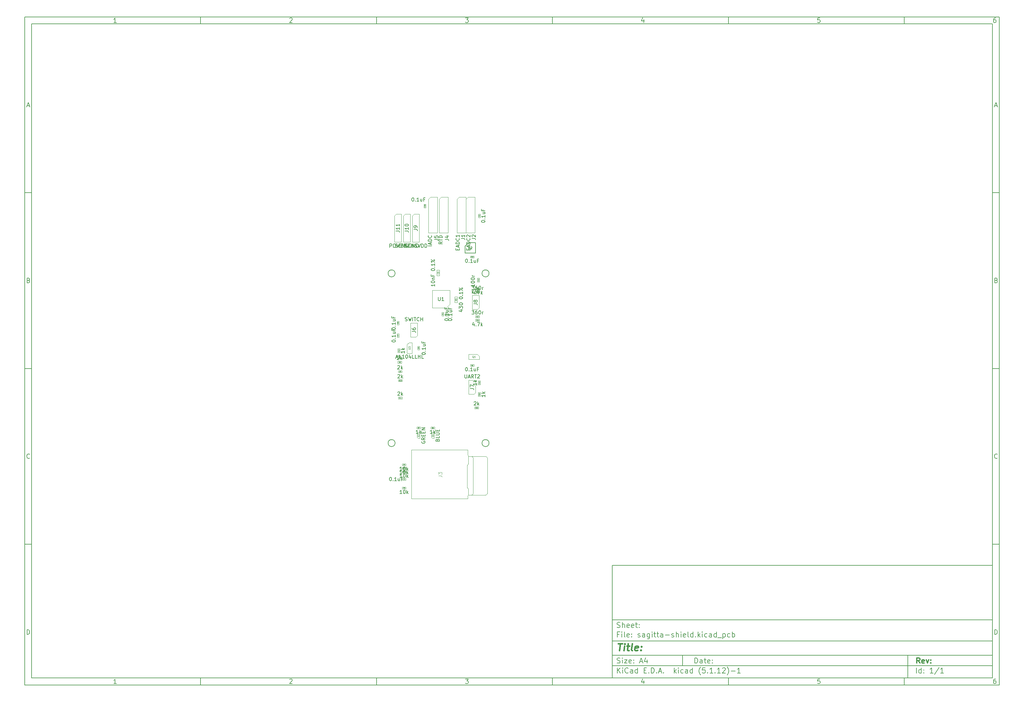
<source format=gbr>
G04 #@! TF.GenerationSoftware,KiCad,Pcbnew,(5.1.12)-1*
G04 #@! TF.CreationDate,2021-12-15T05:31:51+03:00*
G04 #@! TF.ProjectId,sagitta-shield,73616769-7474-4612-9d73-6869656c642e,rev?*
G04 #@! TF.SameCoordinates,Original*
G04 #@! TF.FileFunction,AssemblyDrawing,Top*
%FSLAX46Y46*%
G04 Gerber Fmt 4.6, Leading zero omitted, Abs format (unit mm)*
G04 Created by KiCad (PCBNEW (5.1.12)-1) date 2021-12-15 05:31:51*
%MOMM*%
%LPD*%
G01*
G04 APERTURE LIST*
%ADD10C,0.100000*%
%ADD11C,0.150000*%
%ADD12C,0.300000*%
%ADD13C,0.400000*%
%ADD14C,0.200000*%
%ADD15C,0.075000*%
%ADD16C,0.040000*%
%ADD17C,0.060000*%
G04 APERTURE END LIST*
D10*
D11*
X177002200Y-166007200D02*
X177002200Y-198007200D01*
X285002200Y-198007200D01*
X285002200Y-166007200D01*
X177002200Y-166007200D01*
D10*
D11*
X10000000Y-10000000D02*
X10000000Y-200007200D01*
X287002200Y-200007200D01*
X287002200Y-10000000D01*
X10000000Y-10000000D01*
D10*
D11*
X12000000Y-12000000D02*
X12000000Y-198007200D01*
X285002200Y-198007200D01*
X285002200Y-12000000D01*
X12000000Y-12000000D01*
D10*
D11*
X60000000Y-12000000D02*
X60000000Y-10000000D01*
D10*
D11*
X110000000Y-12000000D02*
X110000000Y-10000000D01*
D10*
D11*
X160000000Y-12000000D02*
X160000000Y-10000000D01*
D10*
D11*
X210000000Y-12000000D02*
X210000000Y-10000000D01*
D10*
D11*
X260000000Y-12000000D02*
X260000000Y-10000000D01*
D10*
D11*
X36065476Y-11588095D02*
X35322619Y-11588095D01*
X35694047Y-11588095D02*
X35694047Y-10288095D01*
X35570238Y-10473809D01*
X35446428Y-10597619D01*
X35322619Y-10659523D01*
D10*
D11*
X85322619Y-10411904D02*
X85384523Y-10350000D01*
X85508333Y-10288095D01*
X85817857Y-10288095D01*
X85941666Y-10350000D01*
X86003571Y-10411904D01*
X86065476Y-10535714D01*
X86065476Y-10659523D01*
X86003571Y-10845238D01*
X85260714Y-11588095D01*
X86065476Y-11588095D01*
D10*
D11*
X135260714Y-10288095D02*
X136065476Y-10288095D01*
X135632142Y-10783333D01*
X135817857Y-10783333D01*
X135941666Y-10845238D01*
X136003571Y-10907142D01*
X136065476Y-11030952D01*
X136065476Y-11340476D01*
X136003571Y-11464285D01*
X135941666Y-11526190D01*
X135817857Y-11588095D01*
X135446428Y-11588095D01*
X135322619Y-11526190D01*
X135260714Y-11464285D01*
D10*
D11*
X185941666Y-10721428D02*
X185941666Y-11588095D01*
X185632142Y-10226190D02*
X185322619Y-11154761D01*
X186127380Y-11154761D01*
D10*
D11*
X236003571Y-10288095D02*
X235384523Y-10288095D01*
X235322619Y-10907142D01*
X235384523Y-10845238D01*
X235508333Y-10783333D01*
X235817857Y-10783333D01*
X235941666Y-10845238D01*
X236003571Y-10907142D01*
X236065476Y-11030952D01*
X236065476Y-11340476D01*
X236003571Y-11464285D01*
X235941666Y-11526190D01*
X235817857Y-11588095D01*
X235508333Y-11588095D01*
X235384523Y-11526190D01*
X235322619Y-11464285D01*
D10*
D11*
X285941666Y-10288095D02*
X285694047Y-10288095D01*
X285570238Y-10350000D01*
X285508333Y-10411904D01*
X285384523Y-10597619D01*
X285322619Y-10845238D01*
X285322619Y-11340476D01*
X285384523Y-11464285D01*
X285446428Y-11526190D01*
X285570238Y-11588095D01*
X285817857Y-11588095D01*
X285941666Y-11526190D01*
X286003571Y-11464285D01*
X286065476Y-11340476D01*
X286065476Y-11030952D01*
X286003571Y-10907142D01*
X285941666Y-10845238D01*
X285817857Y-10783333D01*
X285570238Y-10783333D01*
X285446428Y-10845238D01*
X285384523Y-10907142D01*
X285322619Y-11030952D01*
D10*
D11*
X60000000Y-198007200D02*
X60000000Y-200007200D01*
D10*
D11*
X110000000Y-198007200D02*
X110000000Y-200007200D01*
D10*
D11*
X160000000Y-198007200D02*
X160000000Y-200007200D01*
D10*
D11*
X210000000Y-198007200D02*
X210000000Y-200007200D01*
D10*
D11*
X260000000Y-198007200D02*
X260000000Y-200007200D01*
D10*
D11*
X36065476Y-199595295D02*
X35322619Y-199595295D01*
X35694047Y-199595295D02*
X35694047Y-198295295D01*
X35570238Y-198481009D01*
X35446428Y-198604819D01*
X35322619Y-198666723D01*
D10*
D11*
X85322619Y-198419104D02*
X85384523Y-198357200D01*
X85508333Y-198295295D01*
X85817857Y-198295295D01*
X85941666Y-198357200D01*
X86003571Y-198419104D01*
X86065476Y-198542914D01*
X86065476Y-198666723D01*
X86003571Y-198852438D01*
X85260714Y-199595295D01*
X86065476Y-199595295D01*
D10*
D11*
X135260714Y-198295295D02*
X136065476Y-198295295D01*
X135632142Y-198790533D01*
X135817857Y-198790533D01*
X135941666Y-198852438D01*
X136003571Y-198914342D01*
X136065476Y-199038152D01*
X136065476Y-199347676D01*
X136003571Y-199471485D01*
X135941666Y-199533390D01*
X135817857Y-199595295D01*
X135446428Y-199595295D01*
X135322619Y-199533390D01*
X135260714Y-199471485D01*
D10*
D11*
X185941666Y-198728628D02*
X185941666Y-199595295D01*
X185632142Y-198233390D02*
X185322619Y-199161961D01*
X186127380Y-199161961D01*
D10*
D11*
X236003571Y-198295295D02*
X235384523Y-198295295D01*
X235322619Y-198914342D01*
X235384523Y-198852438D01*
X235508333Y-198790533D01*
X235817857Y-198790533D01*
X235941666Y-198852438D01*
X236003571Y-198914342D01*
X236065476Y-199038152D01*
X236065476Y-199347676D01*
X236003571Y-199471485D01*
X235941666Y-199533390D01*
X235817857Y-199595295D01*
X235508333Y-199595295D01*
X235384523Y-199533390D01*
X235322619Y-199471485D01*
D10*
D11*
X285941666Y-198295295D02*
X285694047Y-198295295D01*
X285570238Y-198357200D01*
X285508333Y-198419104D01*
X285384523Y-198604819D01*
X285322619Y-198852438D01*
X285322619Y-199347676D01*
X285384523Y-199471485D01*
X285446428Y-199533390D01*
X285570238Y-199595295D01*
X285817857Y-199595295D01*
X285941666Y-199533390D01*
X286003571Y-199471485D01*
X286065476Y-199347676D01*
X286065476Y-199038152D01*
X286003571Y-198914342D01*
X285941666Y-198852438D01*
X285817857Y-198790533D01*
X285570238Y-198790533D01*
X285446428Y-198852438D01*
X285384523Y-198914342D01*
X285322619Y-199038152D01*
D10*
D11*
X10000000Y-60000000D02*
X12000000Y-60000000D01*
D10*
D11*
X10000000Y-110000000D02*
X12000000Y-110000000D01*
D10*
D11*
X10000000Y-160000000D02*
X12000000Y-160000000D01*
D10*
D11*
X10690476Y-35216666D02*
X11309523Y-35216666D01*
X10566666Y-35588095D02*
X11000000Y-34288095D01*
X11433333Y-35588095D01*
D10*
D11*
X11092857Y-84907142D02*
X11278571Y-84969047D01*
X11340476Y-85030952D01*
X11402380Y-85154761D01*
X11402380Y-85340476D01*
X11340476Y-85464285D01*
X11278571Y-85526190D01*
X11154761Y-85588095D01*
X10659523Y-85588095D01*
X10659523Y-84288095D01*
X11092857Y-84288095D01*
X11216666Y-84350000D01*
X11278571Y-84411904D01*
X11340476Y-84535714D01*
X11340476Y-84659523D01*
X11278571Y-84783333D01*
X11216666Y-84845238D01*
X11092857Y-84907142D01*
X10659523Y-84907142D01*
D10*
D11*
X11402380Y-135464285D02*
X11340476Y-135526190D01*
X11154761Y-135588095D01*
X11030952Y-135588095D01*
X10845238Y-135526190D01*
X10721428Y-135402380D01*
X10659523Y-135278571D01*
X10597619Y-135030952D01*
X10597619Y-134845238D01*
X10659523Y-134597619D01*
X10721428Y-134473809D01*
X10845238Y-134350000D01*
X11030952Y-134288095D01*
X11154761Y-134288095D01*
X11340476Y-134350000D01*
X11402380Y-134411904D01*
D10*
D11*
X10659523Y-185588095D02*
X10659523Y-184288095D01*
X10969047Y-184288095D01*
X11154761Y-184350000D01*
X11278571Y-184473809D01*
X11340476Y-184597619D01*
X11402380Y-184845238D01*
X11402380Y-185030952D01*
X11340476Y-185278571D01*
X11278571Y-185402380D01*
X11154761Y-185526190D01*
X10969047Y-185588095D01*
X10659523Y-185588095D01*
D10*
D11*
X287002200Y-60000000D02*
X285002200Y-60000000D01*
D10*
D11*
X287002200Y-110000000D02*
X285002200Y-110000000D01*
D10*
D11*
X287002200Y-160000000D02*
X285002200Y-160000000D01*
D10*
D11*
X285692676Y-35216666D02*
X286311723Y-35216666D01*
X285568866Y-35588095D02*
X286002200Y-34288095D01*
X286435533Y-35588095D01*
D10*
D11*
X286095057Y-84907142D02*
X286280771Y-84969047D01*
X286342676Y-85030952D01*
X286404580Y-85154761D01*
X286404580Y-85340476D01*
X286342676Y-85464285D01*
X286280771Y-85526190D01*
X286156961Y-85588095D01*
X285661723Y-85588095D01*
X285661723Y-84288095D01*
X286095057Y-84288095D01*
X286218866Y-84350000D01*
X286280771Y-84411904D01*
X286342676Y-84535714D01*
X286342676Y-84659523D01*
X286280771Y-84783333D01*
X286218866Y-84845238D01*
X286095057Y-84907142D01*
X285661723Y-84907142D01*
D10*
D11*
X286404580Y-135464285D02*
X286342676Y-135526190D01*
X286156961Y-135588095D01*
X286033152Y-135588095D01*
X285847438Y-135526190D01*
X285723628Y-135402380D01*
X285661723Y-135278571D01*
X285599819Y-135030952D01*
X285599819Y-134845238D01*
X285661723Y-134597619D01*
X285723628Y-134473809D01*
X285847438Y-134350000D01*
X286033152Y-134288095D01*
X286156961Y-134288095D01*
X286342676Y-134350000D01*
X286404580Y-134411904D01*
D10*
D11*
X285661723Y-185588095D02*
X285661723Y-184288095D01*
X285971247Y-184288095D01*
X286156961Y-184350000D01*
X286280771Y-184473809D01*
X286342676Y-184597619D01*
X286404580Y-184845238D01*
X286404580Y-185030952D01*
X286342676Y-185278571D01*
X286280771Y-185402380D01*
X286156961Y-185526190D01*
X285971247Y-185588095D01*
X285661723Y-185588095D01*
D10*
D11*
X200434342Y-193785771D02*
X200434342Y-192285771D01*
X200791485Y-192285771D01*
X201005771Y-192357200D01*
X201148628Y-192500057D01*
X201220057Y-192642914D01*
X201291485Y-192928628D01*
X201291485Y-193142914D01*
X201220057Y-193428628D01*
X201148628Y-193571485D01*
X201005771Y-193714342D01*
X200791485Y-193785771D01*
X200434342Y-193785771D01*
X202577200Y-193785771D02*
X202577200Y-193000057D01*
X202505771Y-192857200D01*
X202362914Y-192785771D01*
X202077200Y-192785771D01*
X201934342Y-192857200D01*
X202577200Y-193714342D02*
X202434342Y-193785771D01*
X202077200Y-193785771D01*
X201934342Y-193714342D01*
X201862914Y-193571485D01*
X201862914Y-193428628D01*
X201934342Y-193285771D01*
X202077200Y-193214342D01*
X202434342Y-193214342D01*
X202577200Y-193142914D01*
X203077200Y-192785771D02*
X203648628Y-192785771D01*
X203291485Y-192285771D02*
X203291485Y-193571485D01*
X203362914Y-193714342D01*
X203505771Y-193785771D01*
X203648628Y-193785771D01*
X204720057Y-193714342D02*
X204577200Y-193785771D01*
X204291485Y-193785771D01*
X204148628Y-193714342D01*
X204077200Y-193571485D01*
X204077200Y-193000057D01*
X204148628Y-192857200D01*
X204291485Y-192785771D01*
X204577200Y-192785771D01*
X204720057Y-192857200D01*
X204791485Y-193000057D01*
X204791485Y-193142914D01*
X204077200Y-193285771D01*
X205434342Y-193642914D02*
X205505771Y-193714342D01*
X205434342Y-193785771D01*
X205362914Y-193714342D01*
X205434342Y-193642914D01*
X205434342Y-193785771D01*
X205434342Y-192857200D02*
X205505771Y-192928628D01*
X205434342Y-193000057D01*
X205362914Y-192928628D01*
X205434342Y-192857200D01*
X205434342Y-193000057D01*
D10*
D11*
X177002200Y-194507200D02*
X285002200Y-194507200D01*
D10*
D11*
X178434342Y-196585771D02*
X178434342Y-195085771D01*
X179291485Y-196585771D02*
X178648628Y-195728628D01*
X179291485Y-195085771D02*
X178434342Y-195942914D01*
X179934342Y-196585771D02*
X179934342Y-195585771D01*
X179934342Y-195085771D02*
X179862914Y-195157200D01*
X179934342Y-195228628D01*
X180005771Y-195157200D01*
X179934342Y-195085771D01*
X179934342Y-195228628D01*
X181505771Y-196442914D02*
X181434342Y-196514342D01*
X181220057Y-196585771D01*
X181077200Y-196585771D01*
X180862914Y-196514342D01*
X180720057Y-196371485D01*
X180648628Y-196228628D01*
X180577200Y-195942914D01*
X180577200Y-195728628D01*
X180648628Y-195442914D01*
X180720057Y-195300057D01*
X180862914Y-195157200D01*
X181077200Y-195085771D01*
X181220057Y-195085771D01*
X181434342Y-195157200D01*
X181505771Y-195228628D01*
X182791485Y-196585771D02*
X182791485Y-195800057D01*
X182720057Y-195657200D01*
X182577200Y-195585771D01*
X182291485Y-195585771D01*
X182148628Y-195657200D01*
X182791485Y-196514342D02*
X182648628Y-196585771D01*
X182291485Y-196585771D01*
X182148628Y-196514342D01*
X182077200Y-196371485D01*
X182077200Y-196228628D01*
X182148628Y-196085771D01*
X182291485Y-196014342D01*
X182648628Y-196014342D01*
X182791485Y-195942914D01*
X184148628Y-196585771D02*
X184148628Y-195085771D01*
X184148628Y-196514342D02*
X184005771Y-196585771D01*
X183720057Y-196585771D01*
X183577200Y-196514342D01*
X183505771Y-196442914D01*
X183434342Y-196300057D01*
X183434342Y-195871485D01*
X183505771Y-195728628D01*
X183577200Y-195657200D01*
X183720057Y-195585771D01*
X184005771Y-195585771D01*
X184148628Y-195657200D01*
X186005771Y-195800057D02*
X186505771Y-195800057D01*
X186720057Y-196585771D02*
X186005771Y-196585771D01*
X186005771Y-195085771D01*
X186720057Y-195085771D01*
X187362914Y-196442914D02*
X187434342Y-196514342D01*
X187362914Y-196585771D01*
X187291485Y-196514342D01*
X187362914Y-196442914D01*
X187362914Y-196585771D01*
X188077200Y-196585771D02*
X188077200Y-195085771D01*
X188434342Y-195085771D01*
X188648628Y-195157200D01*
X188791485Y-195300057D01*
X188862914Y-195442914D01*
X188934342Y-195728628D01*
X188934342Y-195942914D01*
X188862914Y-196228628D01*
X188791485Y-196371485D01*
X188648628Y-196514342D01*
X188434342Y-196585771D01*
X188077200Y-196585771D01*
X189577200Y-196442914D02*
X189648628Y-196514342D01*
X189577200Y-196585771D01*
X189505771Y-196514342D01*
X189577200Y-196442914D01*
X189577200Y-196585771D01*
X190220057Y-196157200D02*
X190934342Y-196157200D01*
X190077200Y-196585771D02*
X190577200Y-195085771D01*
X191077200Y-196585771D01*
X191577200Y-196442914D02*
X191648628Y-196514342D01*
X191577200Y-196585771D01*
X191505771Y-196514342D01*
X191577200Y-196442914D01*
X191577200Y-196585771D01*
X194577200Y-196585771D02*
X194577200Y-195085771D01*
X194720057Y-196014342D02*
X195148628Y-196585771D01*
X195148628Y-195585771D02*
X194577200Y-196157200D01*
X195791485Y-196585771D02*
X195791485Y-195585771D01*
X195791485Y-195085771D02*
X195720057Y-195157200D01*
X195791485Y-195228628D01*
X195862914Y-195157200D01*
X195791485Y-195085771D01*
X195791485Y-195228628D01*
X197148628Y-196514342D02*
X197005771Y-196585771D01*
X196720057Y-196585771D01*
X196577200Y-196514342D01*
X196505771Y-196442914D01*
X196434342Y-196300057D01*
X196434342Y-195871485D01*
X196505771Y-195728628D01*
X196577200Y-195657200D01*
X196720057Y-195585771D01*
X197005771Y-195585771D01*
X197148628Y-195657200D01*
X198434342Y-196585771D02*
X198434342Y-195800057D01*
X198362914Y-195657200D01*
X198220057Y-195585771D01*
X197934342Y-195585771D01*
X197791485Y-195657200D01*
X198434342Y-196514342D02*
X198291485Y-196585771D01*
X197934342Y-196585771D01*
X197791485Y-196514342D01*
X197720057Y-196371485D01*
X197720057Y-196228628D01*
X197791485Y-196085771D01*
X197934342Y-196014342D01*
X198291485Y-196014342D01*
X198434342Y-195942914D01*
X199791485Y-196585771D02*
X199791485Y-195085771D01*
X199791485Y-196514342D02*
X199648628Y-196585771D01*
X199362914Y-196585771D01*
X199220057Y-196514342D01*
X199148628Y-196442914D01*
X199077200Y-196300057D01*
X199077200Y-195871485D01*
X199148628Y-195728628D01*
X199220057Y-195657200D01*
X199362914Y-195585771D01*
X199648628Y-195585771D01*
X199791485Y-195657200D01*
X202077200Y-197157200D02*
X202005771Y-197085771D01*
X201862914Y-196871485D01*
X201791485Y-196728628D01*
X201720057Y-196514342D01*
X201648628Y-196157200D01*
X201648628Y-195871485D01*
X201720057Y-195514342D01*
X201791485Y-195300057D01*
X201862914Y-195157200D01*
X202005771Y-194942914D01*
X202077200Y-194871485D01*
X203362914Y-195085771D02*
X202648628Y-195085771D01*
X202577200Y-195800057D01*
X202648628Y-195728628D01*
X202791485Y-195657200D01*
X203148628Y-195657200D01*
X203291485Y-195728628D01*
X203362914Y-195800057D01*
X203434342Y-195942914D01*
X203434342Y-196300057D01*
X203362914Y-196442914D01*
X203291485Y-196514342D01*
X203148628Y-196585771D01*
X202791485Y-196585771D01*
X202648628Y-196514342D01*
X202577200Y-196442914D01*
X204077200Y-196442914D02*
X204148628Y-196514342D01*
X204077200Y-196585771D01*
X204005771Y-196514342D01*
X204077200Y-196442914D01*
X204077200Y-196585771D01*
X205577200Y-196585771D02*
X204720057Y-196585771D01*
X205148628Y-196585771D02*
X205148628Y-195085771D01*
X205005771Y-195300057D01*
X204862914Y-195442914D01*
X204720057Y-195514342D01*
X206220057Y-196442914D02*
X206291485Y-196514342D01*
X206220057Y-196585771D01*
X206148628Y-196514342D01*
X206220057Y-196442914D01*
X206220057Y-196585771D01*
X207720057Y-196585771D02*
X206862914Y-196585771D01*
X207291485Y-196585771D02*
X207291485Y-195085771D01*
X207148628Y-195300057D01*
X207005771Y-195442914D01*
X206862914Y-195514342D01*
X208291485Y-195228628D02*
X208362914Y-195157200D01*
X208505771Y-195085771D01*
X208862914Y-195085771D01*
X209005771Y-195157200D01*
X209077200Y-195228628D01*
X209148628Y-195371485D01*
X209148628Y-195514342D01*
X209077200Y-195728628D01*
X208220057Y-196585771D01*
X209148628Y-196585771D01*
X209648628Y-197157200D02*
X209720057Y-197085771D01*
X209862914Y-196871485D01*
X209934342Y-196728628D01*
X210005771Y-196514342D01*
X210077200Y-196157200D01*
X210077200Y-195871485D01*
X210005771Y-195514342D01*
X209934342Y-195300057D01*
X209862914Y-195157200D01*
X209720057Y-194942914D01*
X209648628Y-194871485D01*
X210791485Y-196014342D02*
X211934342Y-196014342D01*
X213434342Y-196585771D02*
X212577200Y-196585771D01*
X213005771Y-196585771D02*
X213005771Y-195085771D01*
X212862914Y-195300057D01*
X212720057Y-195442914D01*
X212577200Y-195514342D01*
D10*
D11*
X177002200Y-191507200D02*
X285002200Y-191507200D01*
D10*
D12*
X264411485Y-193785771D02*
X263911485Y-193071485D01*
X263554342Y-193785771D02*
X263554342Y-192285771D01*
X264125771Y-192285771D01*
X264268628Y-192357200D01*
X264340057Y-192428628D01*
X264411485Y-192571485D01*
X264411485Y-192785771D01*
X264340057Y-192928628D01*
X264268628Y-193000057D01*
X264125771Y-193071485D01*
X263554342Y-193071485D01*
X265625771Y-193714342D02*
X265482914Y-193785771D01*
X265197200Y-193785771D01*
X265054342Y-193714342D01*
X264982914Y-193571485D01*
X264982914Y-193000057D01*
X265054342Y-192857200D01*
X265197200Y-192785771D01*
X265482914Y-192785771D01*
X265625771Y-192857200D01*
X265697200Y-193000057D01*
X265697200Y-193142914D01*
X264982914Y-193285771D01*
X266197200Y-192785771D02*
X266554342Y-193785771D01*
X266911485Y-192785771D01*
X267482914Y-193642914D02*
X267554342Y-193714342D01*
X267482914Y-193785771D01*
X267411485Y-193714342D01*
X267482914Y-193642914D01*
X267482914Y-193785771D01*
X267482914Y-192857200D02*
X267554342Y-192928628D01*
X267482914Y-193000057D01*
X267411485Y-192928628D01*
X267482914Y-192857200D01*
X267482914Y-193000057D01*
D10*
D11*
X178362914Y-193714342D02*
X178577200Y-193785771D01*
X178934342Y-193785771D01*
X179077200Y-193714342D01*
X179148628Y-193642914D01*
X179220057Y-193500057D01*
X179220057Y-193357200D01*
X179148628Y-193214342D01*
X179077200Y-193142914D01*
X178934342Y-193071485D01*
X178648628Y-193000057D01*
X178505771Y-192928628D01*
X178434342Y-192857200D01*
X178362914Y-192714342D01*
X178362914Y-192571485D01*
X178434342Y-192428628D01*
X178505771Y-192357200D01*
X178648628Y-192285771D01*
X179005771Y-192285771D01*
X179220057Y-192357200D01*
X179862914Y-193785771D02*
X179862914Y-192785771D01*
X179862914Y-192285771D02*
X179791485Y-192357200D01*
X179862914Y-192428628D01*
X179934342Y-192357200D01*
X179862914Y-192285771D01*
X179862914Y-192428628D01*
X180434342Y-192785771D02*
X181220057Y-192785771D01*
X180434342Y-193785771D01*
X181220057Y-193785771D01*
X182362914Y-193714342D02*
X182220057Y-193785771D01*
X181934342Y-193785771D01*
X181791485Y-193714342D01*
X181720057Y-193571485D01*
X181720057Y-193000057D01*
X181791485Y-192857200D01*
X181934342Y-192785771D01*
X182220057Y-192785771D01*
X182362914Y-192857200D01*
X182434342Y-193000057D01*
X182434342Y-193142914D01*
X181720057Y-193285771D01*
X183077200Y-193642914D02*
X183148628Y-193714342D01*
X183077200Y-193785771D01*
X183005771Y-193714342D01*
X183077200Y-193642914D01*
X183077200Y-193785771D01*
X183077200Y-192857200D02*
X183148628Y-192928628D01*
X183077200Y-193000057D01*
X183005771Y-192928628D01*
X183077200Y-192857200D01*
X183077200Y-193000057D01*
X184862914Y-193357200D02*
X185577200Y-193357200D01*
X184720057Y-193785771D02*
X185220057Y-192285771D01*
X185720057Y-193785771D01*
X186862914Y-192785771D02*
X186862914Y-193785771D01*
X186505771Y-192214342D02*
X186148628Y-193285771D01*
X187077200Y-193285771D01*
D10*
D11*
X263434342Y-196585771D02*
X263434342Y-195085771D01*
X264791485Y-196585771D02*
X264791485Y-195085771D01*
X264791485Y-196514342D02*
X264648628Y-196585771D01*
X264362914Y-196585771D01*
X264220057Y-196514342D01*
X264148628Y-196442914D01*
X264077200Y-196300057D01*
X264077200Y-195871485D01*
X264148628Y-195728628D01*
X264220057Y-195657200D01*
X264362914Y-195585771D01*
X264648628Y-195585771D01*
X264791485Y-195657200D01*
X265505771Y-196442914D02*
X265577200Y-196514342D01*
X265505771Y-196585771D01*
X265434342Y-196514342D01*
X265505771Y-196442914D01*
X265505771Y-196585771D01*
X265505771Y-195657200D02*
X265577200Y-195728628D01*
X265505771Y-195800057D01*
X265434342Y-195728628D01*
X265505771Y-195657200D01*
X265505771Y-195800057D01*
X268148628Y-196585771D02*
X267291485Y-196585771D01*
X267720057Y-196585771D02*
X267720057Y-195085771D01*
X267577200Y-195300057D01*
X267434342Y-195442914D01*
X267291485Y-195514342D01*
X269862914Y-195014342D02*
X268577200Y-196942914D01*
X271148628Y-196585771D02*
X270291485Y-196585771D01*
X270720057Y-196585771D02*
X270720057Y-195085771D01*
X270577200Y-195300057D01*
X270434342Y-195442914D01*
X270291485Y-195514342D01*
D10*
D11*
X177002200Y-187507200D02*
X285002200Y-187507200D01*
D10*
D13*
X178714580Y-188211961D02*
X179857438Y-188211961D01*
X179036009Y-190211961D02*
X179286009Y-188211961D01*
X180274104Y-190211961D02*
X180440771Y-188878628D01*
X180524104Y-188211961D02*
X180416961Y-188307200D01*
X180500295Y-188402438D01*
X180607438Y-188307200D01*
X180524104Y-188211961D01*
X180500295Y-188402438D01*
X181107438Y-188878628D02*
X181869342Y-188878628D01*
X181476485Y-188211961D02*
X181262200Y-189926247D01*
X181333628Y-190116723D01*
X181512200Y-190211961D01*
X181702676Y-190211961D01*
X182655057Y-190211961D02*
X182476485Y-190116723D01*
X182405057Y-189926247D01*
X182619342Y-188211961D01*
X184190771Y-190116723D02*
X183988390Y-190211961D01*
X183607438Y-190211961D01*
X183428866Y-190116723D01*
X183357438Y-189926247D01*
X183452676Y-189164342D01*
X183571723Y-188973866D01*
X183774104Y-188878628D01*
X184155057Y-188878628D01*
X184333628Y-188973866D01*
X184405057Y-189164342D01*
X184381247Y-189354819D01*
X183405057Y-189545295D01*
X185155057Y-190021485D02*
X185238390Y-190116723D01*
X185131247Y-190211961D01*
X185047914Y-190116723D01*
X185155057Y-190021485D01*
X185131247Y-190211961D01*
X185286009Y-188973866D02*
X185369342Y-189069104D01*
X185262200Y-189164342D01*
X185178866Y-189069104D01*
X185286009Y-188973866D01*
X185262200Y-189164342D01*
D10*
D11*
X178934342Y-185600057D02*
X178434342Y-185600057D01*
X178434342Y-186385771D02*
X178434342Y-184885771D01*
X179148628Y-184885771D01*
X179720057Y-186385771D02*
X179720057Y-185385771D01*
X179720057Y-184885771D02*
X179648628Y-184957200D01*
X179720057Y-185028628D01*
X179791485Y-184957200D01*
X179720057Y-184885771D01*
X179720057Y-185028628D01*
X180648628Y-186385771D02*
X180505771Y-186314342D01*
X180434342Y-186171485D01*
X180434342Y-184885771D01*
X181791485Y-186314342D02*
X181648628Y-186385771D01*
X181362914Y-186385771D01*
X181220057Y-186314342D01*
X181148628Y-186171485D01*
X181148628Y-185600057D01*
X181220057Y-185457200D01*
X181362914Y-185385771D01*
X181648628Y-185385771D01*
X181791485Y-185457200D01*
X181862914Y-185600057D01*
X181862914Y-185742914D01*
X181148628Y-185885771D01*
X182505771Y-186242914D02*
X182577200Y-186314342D01*
X182505771Y-186385771D01*
X182434342Y-186314342D01*
X182505771Y-186242914D01*
X182505771Y-186385771D01*
X182505771Y-185457200D02*
X182577200Y-185528628D01*
X182505771Y-185600057D01*
X182434342Y-185528628D01*
X182505771Y-185457200D01*
X182505771Y-185600057D01*
X184291485Y-186314342D02*
X184434342Y-186385771D01*
X184720057Y-186385771D01*
X184862914Y-186314342D01*
X184934342Y-186171485D01*
X184934342Y-186100057D01*
X184862914Y-185957200D01*
X184720057Y-185885771D01*
X184505771Y-185885771D01*
X184362914Y-185814342D01*
X184291485Y-185671485D01*
X184291485Y-185600057D01*
X184362914Y-185457200D01*
X184505771Y-185385771D01*
X184720057Y-185385771D01*
X184862914Y-185457200D01*
X186220057Y-186385771D02*
X186220057Y-185600057D01*
X186148628Y-185457200D01*
X186005771Y-185385771D01*
X185720057Y-185385771D01*
X185577200Y-185457200D01*
X186220057Y-186314342D02*
X186077200Y-186385771D01*
X185720057Y-186385771D01*
X185577200Y-186314342D01*
X185505771Y-186171485D01*
X185505771Y-186028628D01*
X185577200Y-185885771D01*
X185720057Y-185814342D01*
X186077200Y-185814342D01*
X186220057Y-185742914D01*
X187577200Y-185385771D02*
X187577200Y-186600057D01*
X187505771Y-186742914D01*
X187434342Y-186814342D01*
X187291485Y-186885771D01*
X187077200Y-186885771D01*
X186934342Y-186814342D01*
X187577200Y-186314342D02*
X187434342Y-186385771D01*
X187148628Y-186385771D01*
X187005771Y-186314342D01*
X186934342Y-186242914D01*
X186862914Y-186100057D01*
X186862914Y-185671485D01*
X186934342Y-185528628D01*
X187005771Y-185457200D01*
X187148628Y-185385771D01*
X187434342Y-185385771D01*
X187577200Y-185457200D01*
X188291485Y-186385771D02*
X188291485Y-185385771D01*
X188291485Y-184885771D02*
X188220057Y-184957200D01*
X188291485Y-185028628D01*
X188362914Y-184957200D01*
X188291485Y-184885771D01*
X188291485Y-185028628D01*
X188791485Y-185385771D02*
X189362914Y-185385771D01*
X189005771Y-184885771D02*
X189005771Y-186171485D01*
X189077200Y-186314342D01*
X189220057Y-186385771D01*
X189362914Y-186385771D01*
X189648628Y-185385771D02*
X190220057Y-185385771D01*
X189862914Y-184885771D02*
X189862914Y-186171485D01*
X189934342Y-186314342D01*
X190077200Y-186385771D01*
X190220057Y-186385771D01*
X191362914Y-186385771D02*
X191362914Y-185600057D01*
X191291485Y-185457200D01*
X191148628Y-185385771D01*
X190862914Y-185385771D01*
X190720057Y-185457200D01*
X191362914Y-186314342D02*
X191220057Y-186385771D01*
X190862914Y-186385771D01*
X190720057Y-186314342D01*
X190648628Y-186171485D01*
X190648628Y-186028628D01*
X190720057Y-185885771D01*
X190862914Y-185814342D01*
X191220057Y-185814342D01*
X191362914Y-185742914D01*
X192077200Y-185814342D02*
X193220057Y-185814342D01*
X193862914Y-186314342D02*
X194005771Y-186385771D01*
X194291485Y-186385771D01*
X194434342Y-186314342D01*
X194505771Y-186171485D01*
X194505771Y-186100057D01*
X194434342Y-185957200D01*
X194291485Y-185885771D01*
X194077200Y-185885771D01*
X193934342Y-185814342D01*
X193862914Y-185671485D01*
X193862914Y-185600057D01*
X193934342Y-185457200D01*
X194077200Y-185385771D01*
X194291485Y-185385771D01*
X194434342Y-185457200D01*
X195148628Y-186385771D02*
X195148628Y-184885771D01*
X195791485Y-186385771D02*
X195791485Y-185600057D01*
X195720057Y-185457200D01*
X195577200Y-185385771D01*
X195362914Y-185385771D01*
X195220057Y-185457200D01*
X195148628Y-185528628D01*
X196505771Y-186385771D02*
X196505771Y-185385771D01*
X196505771Y-184885771D02*
X196434342Y-184957200D01*
X196505771Y-185028628D01*
X196577200Y-184957200D01*
X196505771Y-184885771D01*
X196505771Y-185028628D01*
X197791485Y-186314342D02*
X197648628Y-186385771D01*
X197362914Y-186385771D01*
X197220057Y-186314342D01*
X197148628Y-186171485D01*
X197148628Y-185600057D01*
X197220057Y-185457200D01*
X197362914Y-185385771D01*
X197648628Y-185385771D01*
X197791485Y-185457200D01*
X197862914Y-185600057D01*
X197862914Y-185742914D01*
X197148628Y-185885771D01*
X198720057Y-186385771D02*
X198577200Y-186314342D01*
X198505771Y-186171485D01*
X198505771Y-184885771D01*
X199934342Y-186385771D02*
X199934342Y-184885771D01*
X199934342Y-186314342D02*
X199791485Y-186385771D01*
X199505771Y-186385771D01*
X199362914Y-186314342D01*
X199291485Y-186242914D01*
X199220057Y-186100057D01*
X199220057Y-185671485D01*
X199291485Y-185528628D01*
X199362914Y-185457200D01*
X199505771Y-185385771D01*
X199791485Y-185385771D01*
X199934342Y-185457200D01*
X200648628Y-186242914D02*
X200720057Y-186314342D01*
X200648628Y-186385771D01*
X200577200Y-186314342D01*
X200648628Y-186242914D01*
X200648628Y-186385771D01*
X201362914Y-186385771D02*
X201362914Y-184885771D01*
X201505771Y-185814342D02*
X201934342Y-186385771D01*
X201934342Y-185385771D02*
X201362914Y-185957200D01*
X202577200Y-186385771D02*
X202577200Y-185385771D01*
X202577200Y-184885771D02*
X202505771Y-184957200D01*
X202577200Y-185028628D01*
X202648628Y-184957200D01*
X202577200Y-184885771D01*
X202577200Y-185028628D01*
X203934342Y-186314342D02*
X203791485Y-186385771D01*
X203505771Y-186385771D01*
X203362914Y-186314342D01*
X203291485Y-186242914D01*
X203220057Y-186100057D01*
X203220057Y-185671485D01*
X203291485Y-185528628D01*
X203362914Y-185457200D01*
X203505771Y-185385771D01*
X203791485Y-185385771D01*
X203934342Y-185457200D01*
X205220057Y-186385771D02*
X205220057Y-185600057D01*
X205148628Y-185457200D01*
X205005771Y-185385771D01*
X204720057Y-185385771D01*
X204577200Y-185457200D01*
X205220057Y-186314342D02*
X205077200Y-186385771D01*
X204720057Y-186385771D01*
X204577200Y-186314342D01*
X204505771Y-186171485D01*
X204505771Y-186028628D01*
X204577200Y-185885771D01*
X204720057Y-185814342D01*
X205077200Y-185814342D01*
X205220057Y-185742914D01*
X206577200Y-186385771D02*
X206577200Y-184885771D01*
X206577200Y-186314342D02*
X206434342Y-186385771D01*
X206148628Y-186385771D01*
X206005771Y-186314342D01*
X205934342Y-186242914D01*
X205862914Y-186100057D01*
X205862914Y-185671485D01*
X205934342Y-185528628D01*
X206005771Y-185457200D01*
X206148628Y-185385771D01*
X206434342Y-185385771D01*
X206577200Y-185457200D01*
X206934342Y-186528628D02*
X208077200Y-186528628D01*
X208434342Y-185385771D02*
X208434342Y-186885771D01*
X208434342Y-185457200D02*
X208577200Y-185385771D01*
X208862914Y-185385771D01*
X209005771Y-185457200D01*
X209077200Y-185528628D01*
X209148628Y-185671485D01*
X209148628Y-186100057D01*
X209077200Y-186242914D01*
X209005771Y-186314342D01*
X208862914Y-186385771D01*
X208577200Y-186385771D01*
X208434342Y-186314342D01*
X210434342Y-186314342D02*
X210291485Y-186385771D01*
X210005771Y-186385771D01*
X209862914Y-186314342D01*
X209791485Y-186242914D01*
X209720057Y-186100057D01*
X209720057Y-185671485D01*
X209791485Y-185528628D01*
X209862914Y-185457200D01*
X210005771Y-185385771D01*
X210291485Y-185385771D01*
X210434342Y-185457200D01*
X211077200Y-186385771D02*
X211077200Y-184885771D01*
X211077200Y-185457200D02*
X211220057Y-185385771D01*
X211505771Y-185385771D01*
X211648628Y-185457200D01*
X211720057Y-185528628D01*
X211791485Y-185671485D01*
X211791485Y-186100057D01*
X211720057Y-186242914D01*
X211648628Y-186314342D01*
X211505771Y-186385771D01*
X211220057Y-186385771D01*
X211077200Y-186314342D01*
D10*
D11*
X177002200Y-181507200D02*
X285002200Y-181507200D01*
D10*
D11*
X178362914Y-183614342D02*
X178577200Y-183685771D01*
X178934342Y-183685771D01*
X179077200Y-183614342D01*
X179148628Y-183542914D01*
X179220057Y-183400057D01*
X179220057Y-183257200D01*
X179148628Y-183114342D01*
X179077200Y-183042914D01*
X178934342Y-182971485D01*
X178648628Y-182900057D01*
X178505771Y-182828628D01*
X178434342Y-182757200D01*
X178362914Y-182614342D01*
X178362914Y-182471485D01*
X178434342Y-182328628D01*
X178505771Y-182257200D01*
X178648628Y-182185771D01*
X179005771Y-182185771D01*
X179220057Y-182257200D01*
X179862914Y-183685771D02*
X179862914Y-182185771D01*
X180505771Y-183685771D02*
X180505771Y-182900057D01*
X180434342Y-182757200D01*
X180291485Y-182685771D01*
X180077200Y-182685771D01*
X179934342Y-182757200D01*
X179862914Y-182828628D01*
X181791485Y-183614342D02*
X181648628Y-183685771D01*
X181362914Y-183685771D01*
X181220057Y-183614342D01*
X181148628Y-183471485D01*
X181148628Y-182900057D01*
X181220057Y-182757200D01*
X181362914Y-182685771D01*
X181648628Y-182685771D01*
X181791485Y-182757200D01*
X181862914Y-182900057D01*
X181862914Y-183042914D01*
X181148628Y-183185771D01*
X183077200Y-183614342D02*
X182934342Y-183685771D01*
X182648628Y-183685771D01*
X182505771Y-183614342D01*
X182434342Y-183471485D01*
X182434342Y-182900057D01*
X182505771Y-182757200D01*
X182648628Y-182685771D01*
X182934342Y-182685771D01*
X183077200Y-182757200D01*
X183148628Y-182900057D01*
X183148628Y-183042914D01*
X182434342Y-183185771D01*
X183577200Y-182685771D02*
X184148628Y-182685771D01*
X183791485Y-182185771D02*
X183791485Y-183471485D01*
X183862914Y-183614342D01*
X184005771Y-183685771D01*
X184148628Y-183685771D01*
X184648628Y-183542914D02*
X184720057Y-183614342D01*
X184648628Y-183685771D01*
X184577200Y-183614342D01*
X184648628Y-183542914D01*
X184648628Y-183685771D01*
X184648628Y-182757200D02*
X184720057Y-182828628D01*
X184648628Y-182900057D01*
X184577200Y-182828628D01*
X184648628Y-182757200D01*
X184648628Y-182900057D01*
D10*
D11*
X197002200Y-191507200D02*
X197002200Y-194507200D01*
D10*
D11*
X261002200Y-191507200D02*
X261002200Y-198007200D01*
D10*
X115578000Y-66056000D02*
X117078000Y-66056000D01*
X117078000Y-66056000D02*
X117078000Y-74056000D01*
X117078000Y-74056000D02*
X115078000Y-74056000D01*
X115078000Y-74056000D02*
X115078000Y-66556000D01*
X115078000Y-66556000D02*
X115578000Y-66056000D01*
X118118000Y-66056000D02*
X119618000Y-66056000D01*
X119618000Y-66056000D02*
X119618000Y-74056000D01*
X119618000Y-74056000D02*
X117618000Y-74056000D01*
X117618000Y-74056000D02*
X117618000Y-66556000D01*
X117618000Y-66556000D02*
X118118000Y-66056000D01*
X120658000Y-66056000D02*
X122158000Y-66056000D01*
X122158000Y-66056000D02*
X122158000Y-74056000D01*
X122158000Y-74056000D02*
X120158000Y-74056000D01*
X120158000Y-74056000D02*
X120158000Y-66556000D01*
X120158000Y-66556000D02*
X120658000Y-66056000D01*
X138676000Y-93202000D02*
X137176000Y-93202000D01*
X137176000Y-93202000D02*
X137176000Y-89202000D01*
X137176000Y-89202000D02*
X139176000Y-89202000D01*
X139176000Y-89202000D02*
X139176000Y-92702000D01*
X139176000Y-92702000D02*
X138676000Y-93202000D01*
X137660000Y-117332000D02*
X136160000Y-117332000D01*
X136160000Y-117332000D02*
X136160000Y-113332000D01*
X136160000Y-113332000D02*
X138160000Y-113332000D01*
X138160000Y-113332000D02*
X138160000Y-116832000D01*
X138160000Y-116832000D02*
X137660000Y-117332000D01*
X121150000Y-101076000D02*
X119650000Y-101076000D01*
X119650000Y-101076000D02*
X119650000Y-97076000D01*
X119650000Y-97076000D02*
X121650000Y-97076000D01*
X121650000Y-97076000D02*
X121650000Y-100576000D01*
X121650000Y-100576000D02*
X121150000Y-101076000D01*
D14*
X115273400Y-82934400D02*
G75*
G03*
X115273400Y-82934400I-1000000J0D01*
G01*
X141973400Y-82934400D02*
G75*
G03*
X141973400Y-82934400I-1000000J0D01*
G01*
X141973400Y-131194400D02*
G75*
G03*
X141973400Y-131194400I-1000000J0D01*
G01*
X115273400Y-131194400D02*
G75*
G03*
X115273400Y-131194400I-1000000J0D01*
G01*
D10*
X125349000Y-61214000D02*
X127254000Y-61214000D01*
X127254000Y-61214000D02*
X127254000Y-71374000D01*
X127254000Y-71374000D02*
X124714000Y-71374000D01*
X124714000Y-71374000D02*
X124714000Y-61849000D01*
X124714000Y-61849000D02*
X125349000Y-61214000D01*
X128397000Y-61214000D02*
X130302000Y-61214000D01*
X130302000Y-61214000D02*
X130302000Y-71374000D01*
X130302000Y-71374000D02*
X127762000Y-71374000D01*
X127762000Y-71374000D02*
X127762000Y-61849000D01*
X127762000Y-61849000D02*
X128397000Y-61214000D01*
X136017000Y-61214000D02*
X137922000Y-61214000D01*
X137922000Y-61214000D02*
X137922000Y-71374000D01*
X137922000Y-71374000D02*
X135382000Y-71374000D01*
X135382000Y-71374000D02*
X135382000Y-61849000D01*
X135382000Y-61849000D02*
X136017000Y-61214000D01*
X133477000Y-61214000D02*
X135382000Y-61214000D01*
X135382000Y-61214000D02*
X135382000Y-71374000D01*
X135382000Y-71374000D02*
X132842000Y-71374000D01*
X132842000Y-71374000D02*
X132842000Y-61849000D01*
X132842000Y-61849000D02*
X133477000Y-61214000D01*
X129819999Y-92746999D02*
X125819999Y-92746999D01*
X125819999Y-92746999D02*
X125819999Y-87746999D01*
X125819999Y-87746999D02*
X130819999Y-87746999D01*
X130819999Y-87746999D02*
X130819999Y-91746999D01*
X130819999Y-91746999D02*
X129819999Y-92746999D01*
X135887000Y-143996000D02*
X135737000Y-143996000D01*
X135887000Y-146196000D02*
X135887000Y-147006000D01*
X135887000Y-134596000D02*
X135887000Y-133156000D01*
X136087000Y-144196000D02*
X136087000Y-145996000D01*
X135887000Y-143996000D02*
X136087000Y-144196000D01*
X136087000Y-145996000D02*
X135887000Y-146196000D01*
X136087000Y-137046000D02*
X135737000Y-137571000D01*
X136087000Y-134796000D02*
X135887000Y-134596000D01*
X136087000Y-134796000D02*
X136087000Y-137046000D01*
X135887000Y-147006000D02*
X119937000Y-147006000D01*
X135887000Y-133156000D02*
X119937000Y-133156000D01*
X119937000Y-133156000D02*
X119937000Y-147006000D01*
X135737000Y-137571000D02*
X135737000Y-143996000D01*
X137487000Y-145506000D02*
X137487000Y-135506000D01*
X141487000Y-145506000D02*
X141487000Y-135506000D01*
X140987000Y-135006000D02*
X136087000Y-135006000D01*
X136087000Y-146006000D02*
X140987000Y-146006000D01*
X137487000Y-135506000D02*
G75*
G03*
X136987000Y-135006000I-500000J0D01*
G01*
X136987000Y-146006000D02*
G75*
G03*
X137487000Y-145506000I0J500000D01*
G01*
X141487000Y-135506000D02*
G75*
G03*
X140987000Y-135006000I-500000J0D01*
G01*
X140987000Y-146006000D02*
G75*
G03*
X141487000Y-145506000I0J500000D01*
G01*
D11*
X136152000Y-74192000D02*
X138152000Y-74192000D01*
X138152000Y-74192000D02*
X138152000Y-77192000D01*
X138152000Y-77192000D02*
X135152000Y-77192000D01*
X135152000Y-77192000D02*
X135152000Y-75192000D01*
X135152000Y-75192000D02*
X136152000Y-74192000D01*
D10*
X138618000Y-105980000D02*
X136168000Y-105980000D01*
X139188000Y-106530000D02*
X139188000Y-107380000D01*
X138618000Y-105980000D02*
X139188000Y-106530000D01*
X139188000Y-107380000D02*
X136148000Y-107380000D01*
X136148000Y-105980000D02*
X136148000Y-107380000D01*
X129028000Y-93988000D02*
X129028000Y-94988000D01*
X128528000Y-93988000D02*
X129028000Y-93988000D01*
X128528000Y-94988000D02*
X128528000Y-93988000D01*
X129028000Y-94988000D02*
X128528000Y-94988000D01*
X139442000Y-67048000D02*
X138942000Y-67048000D01*
X138942000Y-67048000D02*
X138942000Y-66048000D01*
X138942000Y-66048000D02*
X139442000Y-66048000D01*
X139442000Y-66048000D02*
X139442000Y-67048000D01*
X127108000Y-83604000D02*
X127108000Y-82004000D01*
X127908000Y-83604000D02*
X127108000Y-83604000D01*
X127908000Y-82004000D02*
X127908000Y-83604000D01*
X127108000Y-82004000D02*
X127908000Y-82004000D01*
X130044000Y-94988000D02*
X129544000Y-94988000D01*
X129544000Y-94988000D02*
X129544000Y-93988000D01*
X129544000Y-93988000D02*
X130044000Y-93988000D01*
X130044000Y-93988000D02*
X130044000Y-94988000D01*
X117296500Y-141228000D02*
X118296500Y-141228000D01*
X117296500Y-141728000D02*
X117296500Y-141228000D01*
X118296500Y-141728000D02*
X117296500Y-141728000D01*
X118296500Y-141228000D02*
X118296500Y-141728000D01*
X136660000Y-109343000D02*
X136660000Y-108843000D01*
X136660000Y-108843000D02*
X137660000Y-108843000D01*
X137660000Y-108843000D02*
X137660000Y-109343000D01*
X137660000Y-109343000D02*
X136660000Y-109343000D01*
X115828000Y-101084000D02*
X115828000Y-100084000D01*
X116328000Y-101084000D02*
X115828000Y-101084000D01*
X116328000Y-100084000D02*
X116328000Y-101084000D01*
X115828000Y-100084000D02*
X116328000Y-100084000D01*
X115828000Y-96528000D02*
X116328000Y-96528000D01*
X116328000Y-96528000D02*
X116328000Y-97528000D01*
X116328000Y-97528000D02*
X115828000Y-97528000D01*
X115828000Y-97528000D02*
X115828000Y-96528000D01*
X121670000Y-103640000D02*
X122170000Y-103640000D01*
X122170000Y-103640000D02*
X122170000Y-104640000D01*
X122170000Y-104640000D02*
X121670000Y-104640000D01*
X121670000Y-104640000D02*
X121670000Y-103640000D01*
X123948000Y-63254000D02*
X123948000Y-64254000D01*
X123448000Y-63254000D02*
X123948000Y-63254000D01*
X123448000Y-64254000D02*
X123448000Y-63254000D01*
X123948000Y-64254000D02*
X123448000Y-64254000D01*
X137660000Y-78482000D02*
X136660000Y-78482000D01*
X137660000Y-77982000D02*
X137660000Y-78482000D01*
X136660000Y-77982000D02*
X137660000Y-77982000D01*
X136660000Y-78482000D02*
X136660000Y-77982000D01*
X126384000Y-128232000D02*
X125584000Y-128232000D01*
X126384000Y-129832000D02*
X126384000Y-128232000D01*
X125884000Y-129832000D02*
X126384000Y-129832000D01*
X125584000Y-129532000D02*
X125884000Y-129832000D01*
X125584000Y-128232000D02*
X125584000Y-129532000D01*
X121520000Y-128257500D02*
X121520000Y-129557500D01*
X121520000Y-129557500D02*
X121820000Y-129857500D01*
X121820000Y-129857500D02*
X122320000Y-129857500D01*
X122320000Y-129857500D02*
X122320000Y-128257500D01*
X122320000Y-128257500D02*
X121520000Y-128257500D01*
X117272924Y-138632658D02*
X117272924Y-138092658D01*
X117272924Y-138092658D02*
X118322924Y-138092658D01*
X118322924Y-138092658D02*
X118322924Y-138632658D01*
X118322924Y-138632658D02*
X117272924Y-138632658D01*
X118345924Y-139648658D02*
X117295924Y-139648658D01*
X118345924Y-139108658D02*
X118345924Y-139648658D01*
X117295924Y-139108658D02*
X118345924Y-139108658D01*
X117295924Y-139648658D02*
X117295924Y-139108658D01*
X133000500Y-89624000D02*
X133000500Y-91224000D01*
X132175500Y-89624000D02*
X133000500Y-89624000D01*
X132175500Y-91224000D02*
X132175500Y-89624000D01*
X133000500Y-91224000D02*
X132175500Y-91224000D01*
X117295924Y-144220658D02*
X117295924Y-143680658D01*
X117295924Y-143680658D02*
X118345924Y-143680658D01*
X118345924Y-143680658D02*
X118345924Y-144220658D01*
X118345924Y-144220658D02*
X117295924Y-144220658D01*
X118322924Y-137616658D02*
X117272924Y-137616658D01*
X118322924Y-137076658D02*
X118322924Y-137616658D01*
X117272924Y-137076658D02*
X118322924Y-137076658D01*
X117272924Y-137616658D02*
X117272924Y-137076658D01*
X125436000Y-127143000D02*
X125436000Y-126603000D01*
X125436000Y-126603000D02*
X126486000Y-126603000D01*
X126486000Y-126603000D02*
X126486000Y-127143000D01*
X126486000Y-127143000D02*
X125436000Y-127143000D01*
X122468000Y-127143000D02*
X121418000Y-127143000D01*
X122468000Y-126603000D02*
X122468000Y-127143000D01*
X121418000Y-126603000D02*
X122468000Y-126603000D01*
X121418000Y-127143000D02*
X121418000Y-126603000D01*
X116061000Y-107934000D02*
X117111000Y-107934000D01*
X116061000Y-108474000D02*
X116061000Y-107934000D01*
X117111000Y-108474000D02*
X116061000Y-108474000D01*
X117111000Y-107934000D02*
X117111000Y-108474000D01*
X117215000Y-110601000D02*
X117215000Y-111141000D01*
X117215000Y-111141000D02*
X116165000Y-111141000D01*
X116165000Y-111141000D02*
X116165000Y-110601000D01*
X116165000Y-110601000D02*
X117215000Y-110601000D01*
X116211000Y-113141000D02*
X117261000Y-113141000D01*
X116211000Y-113681000D02*
X116211000Y-113141000D01*
X117261000Y-113681000D02*
X116211000Y-113681000D01*
X117261000Y-113141000D02*
X117261000Y-113681000D01*
X116211000Y-118094000D02*
X117261000Y-118094000D01*
X116211000Y-118634000D02*
X116211000Y-118094000D01*
X117261000Y-118634000D02*
X116211000Y-118634000D01*
X117261000Y-118094000D02*
X117261000Y-118634000D01*
X116602000Y-105427000D02*
X116062000Y-105427000D01*
X116062000Y-105427000D02*
X116062000Y-104377000D01*
X116062000Y-104377000D02*
X116602000Y-104377000D01*
X116602000Y-104377000D02*
X116602000Y-105427000D01*
X138159000Y-87519000D02*
X138159000Y-86979000D01*
X138159000Y-86979000D02*
X139209000Y-86979000D01*
X139209000Y-86979000D02*
X139209000Y-87519000D01*
X139209000Y-87519000D02*
X138159000Y-87519000D01*
X139209000Y-96536000D02*
X138159000Y-96536000D01*
X139209000Y-95996000D02*
X139209000Y-96536000D01*
X138159000Y-95996000D02*
X139209000Y-95996000D01*
X138159000Y-96536000D02*
X138159000Y-95996000D01*
X139208000Y-84311000D02*
X139208000Y-85361000D01*
X138668000Y-84311000D02*
X139208000Y-84311000D01*
X138668000Y-85361000D02*
X138668000Y-84311000D01*
X139208000Y-85361000D02*
X138668000Y-85361000D01*
X138182000Y-87995000D02*
X139232000Y-87995000D01*
X138182000Y-88535000D02*
X138182000Y-87995000D01*
X139232000Y-88535000D02*
X138182000Y-88535000D01*
X139232000Y-87995000D02*
X139232000Y-88535000D01*
X139209000Y-94980000D02*
X139209000Y-95520000D01*
X139209000Y-95520000D02*
X138159000Y-95520000D01*
X138159000Y-95520000D02*
X138159000Y-94980000D01*
X138159000Y-94980000D02*
X139209000Y-94980000D01*
X138922000Y-114571000D02*
X138922000Y-113521000D01*
X139462000Y-114571000D02*
X138922000Y-114571000D01*
X139462000Y-113521000D02*
X139462000Y-114571000D01*
X138922000Y-113521000D02*
X139462000Y-113521000D01*
X139462000Y-117850000D02*
X138922000Y-117850000D01*
X138922000Y-117850000D02*
X138922000Y-116800000D01*
X138922000Y-116800000D02*
X139462000Y-116800000D01*
X139462000Y-116800000D02*
X139462000Y-117850000D01*
X138955000Y-120888000D02*
X138955000Y-121428000D01*
X138955000Y-121428000D02*
X137905000Y-121428000D01*
X137905000Y-121428000D02*
X137905000Y-120888000D01*
X137905000Y-120888000D02*
X138955000Y-120888000D01*
X118680000Y-105660000D02*
X120080000Y-105660000D01*
X120080000Y-102620000D02*
X120080000Y-105660000D01*
X118680000Y-103190000D02*
X119230000Y-102620000D01*
X119230000Y-102620000D02*
X120080000Y-102620000D01*
X118680000Y-103190000D02*
X118680000Y-105640000D01*
D11*
X113768476Y-75568380D02*
X113768476Y-74568380D01*
X114149428Y-74568380D01*
X114244666Y-74616000D01*
X114292285Y-74663619D01*
X114339904Y-74758857D01*
X114339904Y-74901714D01*
X114292285Y-74996952D01*
X114244666Y-75044571D01*
X114149428Y-75092190D01*
X113768476Y-75092190D01*
X114958952Y-74568380D02*
X115149428Y-74568380D01*
X115244666Y-74616000D01*
X115339904Y-74711238D01*
X115387523Y-74901714D01*
X115387523Y-75235047D01*
X115339904Y-75425523D01*
X115244666Y-75520761D01*
X115149428Y-75568380D01*
X114958952Y-75568380D01*
X114863714Y-75520761D01*
X114768476Y-75425523D01*
X114720857Y-75235047D01*
X114720857Y-74901714D01*
X114768476Y-74711238D01*
X114863714Y-74616000D01*
X114958952Y-74568380D01*
X115720857Y-74568380D02*
X115958952Y-75568380D01*
X116149428Y-74854095D01*
X116339904Y-75568380D01*
X116578000Y-74568380D01*
X116958952Y-75044571D02*
X117292285Y-75044571D01*
X117435142Y-75568380D02*
X116958952Y-75568380D01*
X116958952Y-74568380D01*
X117435142Y-74568380D01*
X118435142Y-75568380D02*
X118101809Y-75092190D01*
X117863714Y-75568380D02*
X117863714Y-74568380D01*
X118244666Y-74568380D01*
X118339904Y-74616000D01*
X118387523Y-74663619D01*
X118435142Y-74758857D01*
X118435142Y-74901714D01*
X118387523Y-74996952D01*
X118339904Y-75044571D01*
X118244666Y-75092190D01*
X117863714Y-75092190D01*
X115530380Y-70865523D02*
X116244666Y-70865523D01*
X116387523Y-70913142D01*
X116482761Y-71008380D01*
X116530380Y-71151238D01*
X116530380Y-71246476D01*
X116530380Y-69865523D02*
X116530380Y-70436952D01*
X116530380Y-70151238D02*
X115530380Y-70151238D01*
X115673238Y-70246476D01*
X115768476Y-70341714D01*
X115816095Y-70436952D01*
X116530380Y-68913142D02*
X116530380Y-69484571D01*
X116530380Y-69198857D02*
X115530380Y-69198857D01*
X115673238Y-69294095D01*
X115768476Y-69389333D01*
X115816095Y-69484571D01*
X115356095Y-75520761D02*
X115498952Y-75568380D01*
X115737047Y-75568380D01*
X115832285Y-75520761D01*
X115879904Y-75473142D01*
X115927523Y-75377904D01*
X115927523Y-75282666D01*
X115879904Y-75187428D01*
X115832285Y-75139809D01*
X115737047Y-75092190D01*
X115546571Y-75044571D01*
X115451333Y-74996952D01*
X115403714Y-74949333D01*
X115356095Y-74854095D01*
X115356095Y-74758857D01*
X115403714Y-74663619D01*
X115451333Y-74616000D01*
X115546571Y-74568380D01*
X115784666Y-74568380D01*
X115927523Y-74616000D01*
X116356095Y-75044571D02*
X116689428Y-75044571D01*
X116832285Y-75568380D02*
X116356095Y-75568380D01*
X116356095Y-74568380D01*
X116832285Y-74568380D01*
X117260857Y-75568380D02*
X117260857Y-74568380D01*
X117832285Y-75568380D01*
X117832285Y-74568380D01*
X118260857Y-75520761D02*
X118403714Y-75568380D01*
X118641809Y-75568380D01*
X118737047Y-75520761D01*
X118784666Y-75473142D01*
X118832285Y-75377904D01*
X118832285Y-75282666D01*
X118784666Y-75187428D01*
X118737047Y-75139809D01*
X118641809Y-75092190D01*
X118451333Y-75044571D01*
X118356095Y-74996952D01*
X118308476Y-74949333D01*
X118260857Y-74854095D01*
X118260857Y-74758857D01*
X118308476Y-74663619D01*
X118356095Y-74616000D01*
X118451333Y-74568380D01*
X118689428Y-74568380D01*
X118832285Y-74616000D01*
X119784666Y-74616000D02*
X119689428Y-74568380D01*
X119546571Y-74568380D01*
X119403714Y-74616000D01*
X119308476Y-74711238D01*
X119260857Y-74806476D01*
X119213238Y-74996952D01*
X119213238Y-75139809D01*
X119260857Y-75330285D01*
X119308476Y-75425523D01*
X119403714Y-75520761D01*
X119546571Y-75568380D01*
X119641809Y-75568380D01*
X119784666Y-75520761D01*
X119832285Y-75473142D01*
X119832285Y-75139809D01*
X119641809Y-75139809D01*
X120260857Y-75568380D02*
X120260857Y-74568380D01*
X120832285Y-75568380D01*
X120832285Y-74568380D01*
X121308476Y-75568380D02*
X121308476Y-74568380D01*
X121546571Y-74568380D01*
X121689428Y-74616000D01*
X121784666Y-74711238D01*
X121832285Y-74806476D01*
X121879904Y-74996952D01*
X121879904Y-75139809D01*
X121832285Y-75330285D01*
X121784666Y-75425523D01*
X121689428Y-75520761D01*
X121546571Y-75568380D01*
X121308476Y-75568380D01*
X118070380Y-70865523D02*
X118784666Y-70865523D01*
X118927523Y-70913142D01*
X119022761Y-71008380D01*
X119070380Y-71151238D01*
X119070380Y-71246476D01*
X119070380Y-69865523D02*
X119070380Y-70436952D01*
X119070380Y-70151238D02*
X118070380Y-70151238D01*
X118213238Y-70246476D01*
X118308476Y-70341714D01*
X118356095Y-70436952D01*
X118070380Y-69246476D02*
X118070380Y-69151238D01*
X118118000Y-69056000D01*
X118165619Y-69008380D01*
X118260857Y-68960761D01*
X118451333Y-68913142D01*
X118689428Y-68913142D01*
X118879904Y-68960761D01*
X118975142Y-69008380D01*
X119022761Y-69056000D01*
X119070380Y-69151238D01*
X119070380Y-69246476D01*
X119022761Y-69341714D01*
X118975142Y-69389333D01*
X118879904Y-69436952D01*
X118689428Y-69484571D01*
X118451333Y-69484571D01*
X118260857Y-69436952D01*
X118165619Y-69389333D01*
X118118000Y-69341714D01*
X118070380Y-69246476D01*
X117991333Y-75520761D02*
X118134190Y-75568380D01*
X118372285Y-75568380D01*
X118467523Y-75520761D01*
X118515142Y-75473142D01*
X118562761Y-75377904D01*
X118562761Y-75282666D01*
X118515142Y-75187428D01*
X118467523Y-75139809D01*
X118372285Y-75092190D01*
X118181809Y-75044571D01*
X118086571Y-74996952D01*
X118038952Y-74949333D01*
X117991333Y-74854095D01*
X117991333Y-74758857D01*
X118038952Y-74663619D01*
X118086571Y-74616000D01*
X118181809Y-74568380D01*
X118419904Y-74568380D01*
X118562761Y-74616000D01*
X118991333Y-75044571D02*
X119324666Y-75044571D01*
X119467523Y-75568380D02*
X118991333Y-75568380D01*
X118991333Y-74568380D01*
X119467523Y-74568380D01*
X119896095Y-75568380D02*
X119896095Y-74568380D01*
X120467523Y-75568380D01*
X120467523Y-74568380D01*
X120896095Y-75520761D02*
X121038952Y-75568380D01*
X121277047Y-75568380D01*
X121372285Y-75520761D01*
X121419904Y-75473142D01*
X121467523Y-75377904D01*
X121467523Y-75282666D01*
X121419904Y-75187428D01*
X121372285Y-75139809D01*
X121277047Y-75092190D01*
X121086571Y-75044571D01*
X120991333Y-74996952D01*
X120943714Y-74949333D01*
X120896095Y-74854095D01*
X120896095Y-74758857D01*
X120943714Y-74663619D01*
X120991333Y-74616000D01*
X121086571Y-74568380D01*
X121324666Y-74568380D01*
X121467523Y-74616000D01*
X121753238Y-74568380D02*
X122086571Y-75568380D01*
X122419904Y-74568380D01*
X122753238Y-75568380D02*
X122753238Y-74568380D01*
X122991333Y-74568380D01*
X123134190Y-74616000D01*
X123229428Y-74711238D01*
X123277047Y-74806476D01*
X123324666Y-74996952D01*
X123324666Y-75139809D01*
X123277047Y-75330285D01*
X123229428Y-75425523D01*
X123134190Y-75520761D01*
X122991333Y-75568380D01*
X122753238Y-75568380D01*
X123753238Y-75568380D02*
X123753238Y-74568380D01*
X123991333Y-74568380D01*
X124134190Y-74616000D01*
X124229428Y-74711238D01*
X124277047Y-74806476D01*
X124324666Y-74996952D01*
X124324666Y-75139809D01*
X124277047Y-75330285D01*
X124229428Y-75425523D01*
X124134190Y-75520761D01*
X123991333Y-75568380D01*
X123753238Y-75568380D01*
X120610380Y-70389333D02*
X121324666Y-70389333D01*
X121467523Y-70436952D01*
X121562761Y-70532190D01*
X121610380Y-70675047D01*
X121610380Y-70770285D01*
X121610380Y-69865523D02*
X121610380Y-69675047D01*
X121562761Y-69579809D01*
X121515142Y-69532190D01*
X121372285Y-69436952D01*
X121181809Y-69389333D01*
X120800857Y-69389333D01*
X120705619Y-69436952D01*
X120658000Y-69484571D01*
X120610380Y-69579809D01*
X120610380Y-69770285D01*
X120658000Y-69865523D01*
X120705619Y-69913142D01*
X120800857Y-69960761D01*
X121038952Y-69960761D01*
X121134190Y-69913142D01*
X121181809Y-69865523D01*
X121229428Y-69770285D01*
X121229428Y-69579809D01*
X121181809Y-69484571D01*
X121134190Y-69436952D01*
X121038952Y-69389333D01*
X137199809Y-88594380D02*
X137199809Y-87594380D01*
X137628380Y-87689619D02*
X137676000Y-87642000D01*
X137771238Y-87594380D01*
X138009333Y-87594380D01*
X138104571Y-87642000D01*
X138152190Y-87689619D01*
X138199809Y-87784857D01*
X138199809Y-87880095D01*
X138152190Y-88022952D01*
X137580761Y-88594380D01*
X138199809Y-88594380D01*
X139199809Y-88499142D02*
X139152190Y-88546761D01*
X139009333Y-88594380D01*
X138914095Y-88594380D01*
X138771238Y-88546761D01*
X138676000Y-88451523D01*
X138628380Y-88356285D01*
X138580761Y-88165809D01*
X138580761Y-88022952D01*
X138628380Y-87832476D01*
X138676000Y-87737238D01*
X138771238Y-87642000D01*
X138914095Y-87594380D01*
X139009333Y-87594380D01*
X139152190Y-87642000D01*
X139199809Y-87689619D01*
X137628380Y-91535333D02*
X138342666Y-91535333D01*
X138485523Y-91582952D01*
X138580761Y-91678190D01*
X138628380Y-91821047D01*
X138628380Y-91916285D01*
X138056952Y-90916285D02*
X138009333Y-91011523D01*
X137961714Y-91059142D01*
X137866476Y-91106761D01*
X137818857Y-91106761D01*
X137723619Y-91059142D01*
X137676000Y-91011523D01*
X137628380Y-90916285D01*
X137628380Y-90725809D01*
X137676000Y-90630571D01*
X137723619Y-90582952D01*
X137818857Y-90535333D01*
X137866476Y-90535333D01*
X137961714Y-90582952D01*
X138009333Y-90630571D01*
X138056952Y-90725809D01*
X138056952Y-90916285D01*
X138104571Y-91011523D01*
X138152190Y-91059142D01*
X138247428Y-91106761D01*
X138437904Y-91106761D01*
X138533142Y-91059142D01*
X138580761Y-91011523D01*
X138628380Y-90916285D01*
X138628380Y-90725809D01*
X138580761Y-90630571D01*
X138533142Y-90582952D01*
X138437904Y-90535333D01*
X138247428Y-90535333D01*
X138152190Y-90582952D01*
X138104571Y-90630571D01*
X138056952Y-90725809D01*
X135088571Y-111724380D02*
X135088571Y-112533904D01*
X135136190Y-112629142D01*
X135183809Y-112676761D01*
X135279047Y-112724380D01*
X135469523Y-112724380D01*
X135564761Y-112676761D01*
X135612380Y-112629142D01*
X135660000Y-112533904D01*
X135660000Y-111724380D01*
X136088571Y-112438666D02*
X136564761Y-112438666D01*
X135993333Y-112724380D02*
X136326666Y-111724380D01*
X136660000Y-112724380D01*
X137564761Y-112724380D02*
X137231428Y-112248190D01*
X136993333Y-112724380D02*
X136993333Y-111724380D01*
X137374285Y-111724380D01*
X137469523Y-111772000D01*
X137517142Y-111819619D01*
X137564761Y-111914857D01*
X137564761Y-112057714D01*
X137517142Y-112152952D01*
X137469523Y-112200571D01*
X137374285Y-112248190D01*
X136993333Y-112248190D01*
X137850476Y-111724380D02*
X138421904Y-111724380D01*
X138136190Y-112724380D02*
X138136190Y-111724380D01*
X138707619Y-111819619D02*
X138755238Y-111772000D01*
X138850476Y-111724380D01*
X139088571Y-111724380D01*
X139183809Y-111772000D01*
X139231428Y-111819619D01*
X139279047Y-111914857D01*
X139279047Y-112010095D01*
X139231428Y-112152952D01*
X138660000Y-112724380D01*
X139279047Y-112724380D01*
X136612380Y-115665333D02*
X137326666Y-115665333D01*
X137469523Y-115712952D01*
X137564761Y-115808190D01*
X137612380Y-115951047D01*
X137612380Y-116046285D01*
X136612380Y-115284380D02*
X136612380Y-114617714D01*
X137612380Y-115046285D01*
X118150000Y-96420761D02*
X118292857Y-96468380D01*
X118530952Y-96468380D01*
X118626190Y-96420761D01*
X118673809Y-96373142D01*
X118721428Y-96277904D01*
X118721428Y-96182666D01*
X118673809Y-96087428D01*
X118626190Y-96039809D01*
X118530952Y-95992190D01*
X118340476Y-95944571D01*
X118245238Y-95896952D01*
X118197619Y-95849333D01*
X118150000Y-95754095D01*
X118150000Y-95658857D01*
X118197619Y-95563619D01*
X118245238Y-95516000D01*
X118340476Y-95468380D01*
X118578571Y-95468380D01*
X118721428Y-95516000D01*
X119054761Y-95468380D02*
X119292857Y-96468380D01*
X119483333Y-95754095D01*
X119673809Y-96468380D01*
X119911904Y-95468380D01*
X120292857Y-96468380D02*
X120292857Y-95468380D01*
X120626190Y-95468380D02*
X121197619Y-95468380D01*
X120911904Y-96468380D02*
X120911904Y-95468380D01*
X122102380Y-96373142D02*
X122054761Y-96420761D01*
X121911904Y-96468380D01*
X121816666Y-96468380D01*
X121673809Y-96420761D01*
X121578571Y-96325523D01*
X121530952Y-96230285D01*
X121483333Y-96039809D01*
X121483333Y-95896952D01*
X121530952Y-95706476D01*
X121578571Y-95611238D01*
X121673809Y-95516000D01*
X121816666Y-95468380D01*
X121911904Y-95468380D01*
X122054761Y-95516000D01*
X122102380Y-95563619D01*
X122530952Y-96468380D02*
X122530952Y-95468380D01*
X122530952Y-95944571D02*
X123102380Y-95944571D01*
X123102380Y-96468380D02*
X123102380Y-95468380D01*
X120102380Y-99409333D02*
X120816666Y-99409333D01*
X120959523Y-99456952D01*
X121054761Y-99552190D01*
X121102380Y-99695047D01*
X121102380Y-99790285D01*
X120102380Y-98504571D02*
X120102380Y-98695047D01*
X120150000Y-98790285D01*
X120197619Y-98837904D01*
X120340476Y-98933142D01*
X120530952Y-98980761D01*
X120911904Y-98980761D01*
X121007142Y-98933142D01*
X121054761Y-98885523D01*
X121102380Y-98790285D01*
X121102380Y-98599809D01*
X121054761Y-98504571D01*
X121007142Y-98456952D01*
X120911904Y-98409333D01*
X120673809Y-98409333D01*
X120578571Y-98456952D01*
X120530952Y-98504571D01*
X120483333Y-98599809D01*
X120483333Y-98790285D01*
X120530952Y-98885523D01*
X120578571Y-98933142D01*
X120673809Y-98980761D01*
X125674380Y-75088571D02*
X124674380Y-75088571D01*
X125388666Y-74660000D02*
X125388666Y-74183809D01*
X125674380Y-74755238D02*
X124674380Y-74421904D01*
X125674380Y-74088571D01*
X125674380Y-73755238D02*
X124674380Y-73755238D01*
X124674380Y-73517142D01*
X124722000Y-73374285D01*
X124817238Y-73279047D01*
X124912476Y-73231428D01*
X125102952Y-73183809D01*
X125245809Y-73183809D01*
X125436285Y-73231428D01*
X125531523Y-73279047D01*
X125626761Y-73374285D01*
X125674380Y-73517142D01*
X125674380Y-73755238D01*
X125579142Y-72183809D02*
X125626761Y-72231428D01*
X125674380Y-72374285D01*
X125674380Y-72469523D01*
X125626761Y-72612380D01*
X125531523Y-72707619D01*
X125436285Y-72755238D01*
X125245809Y-72802857D01*
X125102952Y-72802857D01*
X124912476Y-72755238D01*
X124817238Y-72707619D01*
X124722000Y-72612380D01*
X124674380Y-72469523D01*
X124674380Y-72374285D01*
X124722000Y-72231428D01*
X124769619Y-72183809D01*
X126452380Y-73231333D02*
X127166666Y-73231333D01*
X127309523Y-73278952D01*
X127404761Y-73374190D01*
X127452380Y-73517047D01*
X127452380Y-73612285D01*
X126452380Y-72278952D02*
X126452380Y-72755142D01*
X126928571Y-72802761D01*
X126880952Y-72755142D01*
X126833333Y-72659904D01*
X126833333Y-72421809D01*
X126880952Y-72326571D01*
X126928571Y-72278952D01*
X127023809Y-72231333D01*
X127261904Y-72231333D01*
X127357142Y-72278952D01*
X127404761Y-72326571D01*
X127452380Y-72421809D01*
X127452380Y-72659904D01*
X127404761Y-72755142D01*
X127357142Y-72802761D01*
X128722380Y-73977428D02*
X128246190Y-74310761D01*
X128722380Y-74548857D02*
X127722380Y-74548857D01*
X127722380Y-74167904D01*
X127770000Y-74072666D01*
X127817619Y-74025047D01*
X127912857Y-73977428D01*
X128055714Y-73977428D01*
X128150952Y-74025047D01*
X128198571Y-74072666D01*
X128246190Y-74167904D01*
X128246190Y-74548857D01*
X127722380Y-73691714D02*
X127722380Y-73120285D01*
X128722380Y-73406000D02*
X127722380Y-73406000D01*
X128722380Y-72786952D02*
X127722380Y-72786952D01*
X127722380Y-72548857D01*
X127770000Y-72406000D01*
X127865238Y-72310761D01*
X127960476Y-72263142D01*
X128150952Y-72215523D01*
X128293809Y-72215523D01*
X128484285Y-72263142D01*
X128579523Y-72310761D01*
X128674761Y-72406000D01*
X128722380Y-72548857D01*
X128722380Y-72786952D01*
X129500380Y-73231333D02*
X130214666Y-73231333D01*
X130357523Y-73278952D01*
X130452761Y-73374190D01*
X130500380Y-73517047D01*
X130500380Y-73612285D01*
X129833714Y-72326571D02*
X130500380Y-72326571D01*
X129452761Y-72564666D02*
X130167047Y-72802761D01*
X130167047Y-72183714D01*
X136072571Y-76287047D02*
X136072571Y-75953714D01*
X136596380Y-75810857D02*
X136596380Y-76287047D01*
X135596380Y-76287047D01*
X135596380Y-75810857D01*
X136310666Y-75429904D02*
X136310666Y-74953714D01*
X136596380Y-75525142D02*
X135596380Y-75191809D01*
X136596380Y-74858476D01*
X136596380Y-74525142D02*
X135596380Y-74525142D01*
X135596380Y-74287047D01*
X135644000Y-74144190D01*
X135739238Y-74048952D01*
X135834476Y-74001333D01*
X136024952Y-73953714D01*
X136167809Y-73953714D01*
X136358285Y-74001333D01*
X136453523Y-74048952D01*
X136548761Y-74144190D01*
X136596380Y-74287047D01*
X136596380Y-74525142D01*
X136501142Y-72953714D02*
X136548761Y-73001333D01*
X136596380Y-73144190D01*
X136596380Y-73239428D01*
X136548761Y-73382285D01*
X136453523Y-73477523D01*
X136358285Y-73525142D01*
X136167809Y-73572761D01*
X136024952Y-73572761D01*
X135834476Y-73525142D01*
X135739238Y-73477523D01*
X135644000Y-73382285D01*
X135596380Y-73239428D01*
X135596380Y-73144190D01*
X135644000Y-73001333D01*
X135691619Y-72953714D01*
X135691619Y-72572761D02*
X135644000Y-72525142D01*
X135596380Y-72429904D01*
X135596380Y-72191809D01*
X135644000Y-72096571D01*
X135691619Y-72048952D01*
X135786857Y-72001333D01*
X135882095Y-72001333D01*
X136024952Y-72048952D01*
X136596380Y-72620380D01*
X136596380Y-72001333D01*
X137120380Y-72977333D02*
X137834666Y-72977333D01*
X137977523Y-73024952D01*
X138072761Y-73120190D01*
X138120380Y-73263047D01*
X138120380Y-73358285D01*
X137215619Y-72548761D02*
X137168000Y-72501142D01*
X137120380Y-72405904D01*
X137120380Y-72167809D01*
X137168000Y-72072571D01*
X137215619Y-72024952D01*
X137310857Y-71977333D01*
X137406095Y-71977333D01*
X137548952Y-72024952D01*
X138120380Y-72596380D01*
X138120380Y-71977333D01*
X133024571Y-76287047D02*
X133024571Y-75953714D01*
X133548380Y-75810857D02*
X133548380Y-76287047D01*
X132548380Y-76287047D01*
X132548380Y-75810857D01*
X133262666Y-75429904D02*
X133262666Y-74953714D01*
X133548380Y-75525142D02*
X132548380Y-75191809D01*
X133548380Y-74858476D01*
X133548380Y-74525142D02*
X132548380Y-74525142D01*
X132548380Y-74287047D01*
X132596000Y-74144190D01*
X132691238Y-74048952D01*
X132786476Y-74001333D01*
X132976952Y-73953714D01*
X133119809Y-73953714D01*
X133310285Y-74001333D01*
X133405523Y-74048952D01*
X133500761Y-74144190D01*
X133548380Y-74287047D01*
X133548380Y-74525142D01*
X133453142Y-72953714D02*
X133500761Y-73001333D01*
X133548380Y-73144190D01*
X133548380Y-73239428D01*
X133500761Y-73382285D01*
X133405523Y-73477523D01*
X133310285Y-73525142D01*
X133119809Y-73572761D01*
X132976952Y-73572761D01*
X132786476Y-73525142D01*
X132691238Y-73477523D01*
X132596000Y-73382285D01*
X132548380Y-73239428D01*
X132548380Y-73144190D01*
X132596000Y-73001333D01*
X132643619Y-72953714D01*
X133548380Y-72001333D02*
X133548380Y-72572761D01*
X133548380Y-72287047D02*
X132548380Y-72287047D01*
X132691238Y-72382285D01*
X132786476Y-72477523D01*
X132834095Y-72572761D01*
X134072380Y-72977333D02*
X134786666Y-72977333D01*
X134929523Y-73024952D01*
X135024761Y-73120190D01*
X135072380Y-73263047D01*
X135072380Y-73358285D01*
X135072380Y-71977333D02*
X135072380Y-72548761D01*
X135072380Y-72263047D02*
X134072380Y-72263047D01*
X134215238Y-72358285D01*
X134310476Y-72453523D01*
X134358095Y-72548761D01*
X127558094Y-89699379D02*
X127558094Y-90508903D01*
X127605713Y-90604141D01*
X127653332Y-90651760D01*
X127748570Y-90699379D01*
X127939046Y-90699379D01*
X128034284Y-90651760D01*
X128081903Y-90604141D01*
X128129522Y-90508903D01*
X128129522Y-89699379D01*
X129129522Y-90699379D02*
X128558094Y-90699379D01*
X128843808Y-90699379D02*
X128843808Y-89699379D01*
X128748570Y-89842237D01*
X128653332Y-89937475D01*
X128558094Y-89985094D01*
D10*
X127589380Y-140489333D02*
X128303666Y-140489333D01*
X128446523Y-140536952D01*
X128541761Y-140632190D01*
X128589380Y-140775047D01*
X128589380Y-140870285D01*
X127589380Y-140108380D02*
X127589380Y-139489333D01*
X127970333Y-139822666D01*
X127970333Y-139679809D01*
X128017952Y-139584571D01*
X128065571Y-139536952D01*
X128160809Y-139489333D01*
X128398904Y-139489333D01*
X128494142Y-139536952D01*
X128541761Y-139584571D01*
X128589380Y-139679809D01*
X128589380Y-139965523D01*
X128541761Y-140060761D01*
X128494142Y-140108380D01*
D11*
X136194857Y-75363428D02*
X136194857Y-75849142D01*
X136223428Y-75906285D01*
X136252000Y-75934857D01*
X136309142Y-75963428D01*
X136423428Y-75963428D01*
X136480571Y-75934857D01*
X136509142Y-75906285D01*
X136537714Y-75849142D01*
X136537714Y-75363428D01*
X136794857Y-75420571D02*
X136823428Y-75392000D01*
X136880571Y-75363428D01*
X137023428Y-75363428D01*
X137080571Y-75392000D01*
X137109142Y-75420571D01*
X137137714Y-75477714D01*
X137137714Y-75534857D01*
X137109142Y-75620571D01*
X136766285Y-75963428D01*
X137137714Y-75963428D01*
D15*
X137620380Y-106953809D02*
X137572761Y-106930000D01*
X137525142Y-106882380D01*
X137453714Y-106810952D01*
X137406095Y-106787142D01*
X137358476Y-106787142D01*
X137382285Y-106906190D02*
X137334666Y-106882380D01*
X137287047Y-106834761D01*
X137263238Y-106739523D01*
X137263238Y-106572857D01*
X137287047Y-106477619D01*
X137334666Y-106430000D01*
X137382285Y-106406190D01*
X137477523Y-106406190D01*
X137525142Y-106430000D01*
X137572761Y-106477619D01*
X137596571Y-106572857D01*
X137596571Y-106739523D01*
X137572761Y-106834761D01*
X137525142Y-106882380D01*
X137477523Y-106906190D01*
X137382285Y-106906190D01*
X138072761Y-106906190D02*
X137787047Y-106906190D01*
X137929904Y-106906190D02*
X137929904Y-106406190D01*
X137882285Y-106477619D01*
X137834666Y-106525238D01*
X137787047Y-106549047D01*
D11*
X129390380Y-96130857D02*
X129390380Y-96035619D01*
X129438000Y-95940380D01*
X129485619Y-95892761D01*
X129580857Y-95845142D01*
X129771333Y-95797523D01*
X130009428Y-95797523D01*
X130199904Y-95845142D01*
X130295142Y-95892761D01*
X130342761Y-95940380D01*
X130390380Y-96035619D01*
X130390380Y-96130857D01*
X130342761Y-96226095D01*
X130295142Y-96273714D01*
X130199904Y-96321333D01*
X130009428Y-96368952D01*
X129771333Y-96368952D01*
X129580857Y-96321333D01*
X129485619Y-96273714D01*
X129438000Y-96226095D01*
X129390380Y-96130857D01*
X130295142Y-95368952D02*
X130342761Y-95321333D01*
X130390380Y-95368952D01*
X130342761Y-95416571D01*
X130295142Y-95368952D01*
X130390380Y-95368952D01*
X130390380Y-94368952D02*
X130390380Y-94940380D01*
X130390380Y-94654666D02*
X129390380Y-94654666D01*
X129533238Y-94749904D01*
X129628476Y-94845142D01*
X129676095Y-94940380D01*
X129723714Y-93511809D02*
X130390380Y-93511809D01*
X129723714Y-93940380D02*
X130247523Y-93940380D01*
X130342761Y-93892761D01*
X130390380Y-93797523D01*
X130390380Y-93654666D01*
X130342761Y-93559428D01*
X130295142Y-93511809D01*
X129866571Y-92702285D02*
X129866571Y-93035619D01*
X130390380Y-93035619D02*
X129390380Y-93035619D01*
X129390380Y-92559428D01*
D16*
X128867285Y-94529666D02*
X128879190Y-94541571D01*
X128891095Y-94577285D01*
X128891095Y-94601095D01*
X128879190Y-94636809D01*
X128855380Y-94660619D01*
X128831571Y-94672523D01*
X128783952Y-94684428D01*
X128748238Y-94684428D01*
X128700619Y-94672523D01*
X128676809Y-94660619D01*
X128653000Y-94636809D01*
X128641095Y-94601095D01*
X128641095Y-94577285D01*
X128653000Y-94541571D01*
X128664904Y-94529666D01*
X128891095Y-94291571D02*
X128891095Y-94434428D01*
X128891095Y-94363000D02*
X128641095Y-94363000D01*
X128676809Y-94386809D01*
X128700619Y-94410619D01*
X128712523Y-94434428D01*
D11*
X139804380Y-68190857D02*
X139804380Y-68095619D01*
X139852000Y-68000380D01*
X139899619Y-67952761D01*
X139994857Y-67905142D01*
X140185333Y-67857523D01*
X140423428Y-67857523D01*
X140613904Y-67905142D01*
X140709142Y-67952761D01*
X140756761Y-68000380D01*
X140804380Y-68095619D01*
X140804380Y-68190857D01*
X140756761Y-68286095D01*
X140709142Y-68333714D01*
X140613904Y-68381333D01*
X140423428Y-68428952D01*
X140185333Y-68428952D01*
X139994857Y-68381333D01*
X139899619Y-68333714D01*
X139852000Y-68286095D01*
X139804380Y-68190857D01*
X140709142Y-67428952D02*
X140756761Y-67381333D01*
X140804380Y-67428952D01*
X140756761Y-67476571D01*
X140709142Y-67428952D01*
X140804380Y-67428952D01*
X140804380Y-66428952D02*
X140804380Y-67000380D01*
X140804380Y-66714666D02*
X139804380Y-66714666D01*
X139947238Y-66809904D01*
X140042476Y-66905142D01*
X140090095Y-67000380D01*
X140137714Y-65571809D02*
X140804380Y-65571809D01*
X140137714Y-66000380D02*
X140661523Y-66000380D01*
X140756761Y-65952761D01*
X140804380Y-65857523D01*
X140804380Y-65714666D01*
X140756761Y-65619428D01*
X140709142Y-65571809D01*
X140280571Y-64762285D02*
X140280571Y-65095619D01*
X140804380Y-65095619D02*
X139804380Y-65095619D01*
X139804380Y-64619428D01*
D16*
X139281285Y-66589666D02*
X139293190Y-66601571D01*
X139305095Y-66637285D01*
X139305095Y-66661095D01*
X139293190Y-66696809D01*
X139269380Y-66720619D01*
X139245571Y-66732523D01*
X139197952Y-66744428D01*
X139162238Y-66744428D01*
X139114619Y-66732523D01*
X139090809Y-66720619D01*
X139067000Y-66696809D01*
X139055095Y-66661095D01*
X139055095Y-66637285D01*
X139067000Y-66601571D01*
X139078904Y-66589666D01*
X139078904Y-66494428D02*
X139067000Y-66482523D01*
X139055095Y-66458714D01*
X139055095Y-66399190D01*
X139067000Y-66375380D01*
X139078904Y-66363476D01*
X139102714Y-66351571D01*
X139126523Y-66351571D01*
X139162238Y-66363476D01*
X139305095Y-66506333D01*
X139305095Y-66351571D01*
D11*
X126530380Y-86018285D02*
X126530380Y-86589714D01*
X126530380Y-86304000D02*
X125530380Y-86304000D01*
X125673238Y-86399238D01*
X125768476Y-86494476D01*
X125816095Y-86589714D01*
X125530380Y-85399238D02*
X125530380Y-85304000D01*
X125578000Y-85208761D01*
X125625619Y-85161142D01*
X125720857Y-85113523D01*
X125911333Y-85065904D01*
X126149428Y-85065904D01*
X126339904Y-85113523D01*
X126435142Y-85161142D01*
X126482761Y-85208761D01*
X126530380Y-85304000D01*
X126530380Y-85399238D01*
X126482761Y-85494476D01*
X126435142Y-85542095D01*
X126339904Y-85589714D01*
X126149428Y-85637333D01*
X125911333Y-85637333D01*
X125720857Y-85589714D01*
X125625619Y-85542095D01*
X125578000Y-85494476D01*
X125530380Y-85399238D01*
X125863714Y-84637333D02*
X126530380Y-84637333D01*
X125958952Y-84637333D02*
X125911333Y-84589714D01*
X125863714Y-84494476D01*
X125863714Y-84351619D01*
X125911333Y-84256380D01*
X126006571Y-84208761D01*
X126530380Y-84208761D01*
X126006571Y-83399238D02*
X126006571Y-83732571D01*
X126530380Y-83732571D02*
X125530380Y-83732571D01*
X125530380Y-83256380D01*
X125530380Y-81923047D02*
X125530380Y-81827809D01*
X125578000Y-81732571D01*
X125625619Y-81684952D01*
X125720857Y-81637333D01*
X125911333Y-81589714D01*
X126149428Y-81589714D01*
X126339904Y-81637333D01*
X126435142Y-81684952D01*
X126482761Y-81732571D01*
X126530380Y-81827809D01*
X126530380Y-81923047D01*
X126482761Y-82018285D01*
X126435142Y-82065904D01*
X126339904Y-82113523D01*
X126149428Y-82161142D01*
X125911333Y-82161142D01*
X125720857Y-82113523D01*
X125625619Y-82065904D01*
X125578000Y-82018285D01*
X125530380Y-81923047D01*
X126435142Y-81161142D02*
X126482761Y-81113523D01*
X126530380Y-81161142D01*
X126482761Y-81208761D01*
X126435142Y-81161142D01*
X126530380Y-81161142D01*
X126530380Y-80161142D02*
X126530380Y-80732571D01*
X126530380Y-80446857D02*
X125530380Y-80446857D01*
X125673238Y-80542095D01*
X125768476Y-80637333D01*
X125816095Y-80732571D01*
X126530380Y-79780190D02*
X125530380Y-79018285D01*
X125530380Y-79637333D02*
X125578000Y-79542095D01*
X125673238Y-79494476D01*
X125768476Y-79542095D01*
X125816095Y-79637333D01*
X125768476Y-79732571D01*
X125673238Y-79780190D01*
X125578000Y-79732571D01*
X125530380Y-79637333D01*
X126482761Y-79065904D02*
X126387523Y-79018285D01*
X126292285Y-79065904D01*
X126244666Y-79161142D01*
X126292285Y-79256380D01*
X126387523Y-79304000D01*
X126482761Y-79256380D01*
X126530380Y-79161142D01*
X126482761Y-79065904D01*
D17*
X127650857Y-82870666D02*
X127669904Y-82889714D01*
X127688952Y-82946857D01*
X127688952Y-82984952D01*
X127669904Y-83042095D01*
X127631809Y-83080190D01*
X127593714Y-83099238D01*
X127517523Y-83118285D01*
X127460380Y-83118285D01*
X127384190Y-83099238D01*
X127346095Y-83080190D01*
X127308000Y-83042095D01*
X127288952Y-82984952D01*
X127288952Y-82946857D01*
X127308000Y-82889714D01*
X127327047Y-82870666D01*
X127288952Y-82737333D02*
X127288952Y-82489714D01*
X127441333Y-82623047D01*
X127441333Y-82565904D01*
X127460380Y-82527809D01*
X127479428Y-82508761D01*
X127517523Y-82489714D01*
X127612761Y-82489714D01*
X127650857Y-82508761D01*
X127669904Y-82527809D01*
X127688952Y-82565904D01*
X127688952Y-82680190D01*
X127669904Y-82718285D01*
X127650857Y-82737333D01*
D11*
X130406380Y-96130857D02*
X130406380Y-96035619D01*
X130454000Y-95940380D01*
X130501619Y-95892761D01*
X130596857Y-95845142D01*
X130787333Y-95797523D01*
X131025428Y-95797523D01*
X131215904Y-95845142D01*
X131311142Y-95892761D01*
X131358761Y-95940380D01*
X131406380Y-96035619D01*
X131406380Y-96130857D01*
X131358761Y-96226095D01*
X131311142Y-96273714D01*
X131215904Y-96321333D01*
X131025428Y-96368952D01*
X130787333Y-96368952D01*
X130596857Y-96321333D01*
X130501619Y-96273714D01*
X130454000Y-96226095D01*
X130406380Y-96130857D01*
X131311142Y-95368952D02*
X131358761Y-95321333D01*
X131406380Y-95368952D01*
X131358761Y-95416571D01*
X131311142Y-95368952D01*
X131406380Y-95368952D01*
X131406380Y-94368952D02*
X131406380Y-94940380D01*
X131406380Y-94654666D02*
X130406380Y-94654666D01*
X130549238Y-94749904D01*
X130644476Y-94845142D01*
X130692095Y-94940380D01*
X130739714Y-93511809D02*
X131406380Y-93511809D01*
X130739714Y-93940380D02*
X131263523Y-93940380D01*
X131358761Y-93892761D01*
X131406380Y-93797523D01*
X131406380Y-93654666D01*
X131358761Y-93559428D01*
X131311142Y-93511809D01*
X130882571Y-92702285D02*
X130882571Y-93035619D01*
X131406380Y-93035619D02*
X130406380Y-93035619D01*
X130406380Y-92559428D01*
D16*
X129883285Y-94529666D02*
X129895190Y-94541571D01*
X129907095Y-94577285D01*
X129907095Y-94601095D01*
X129895190Y-94636809D01*
X129871380Y-94660619D01*
X129847571Y-94672523D01*
X129799952Y-94684428D01*
X129764238Y-94684428D01*
X129716619Y-94672523D01*
X129692809Y-94660619D01*
X129669000Y-94636809D01*
X129657095Y-94601095D01*
X129657095Y-94577285D01*
X129669000Y-94541571D01*
X129680904Y-94529666D01*
X129740428Y-94315380D02*
X129907095Y-94315380D01*
X129645190Y-94374904D02*
X129823761Y-94434428D01*
X129823761Y-94279666D01*
D11*
X113927142Y-140930380D02*
X114022380Y-140930380D01*
X114117619Y-140978000D01*
X114165238Y-141025619D01*
X114212857Y-141120857D01*
X114260476Y-141311333D01*
X114260476Y-141549428D01*
X114212857Y-141739904D01*
X114165238Y-141835142D01*
X114117619Y-141882761D01*
X114022380Y-141930380D01*
X113927142Y-141930380D01*
X113831904Y-141882761D01*
X113784285Y-141835142D01*
X113736666Y-141739904D01*
X113689047Y-141549428D01*
X113689047Y-141311333D01*
X113736666Y-141120857D01*
X113784285Y-141025619D01*
X113831904Y-140978000D01*
X113927142Y-140930380D01*
X114689047Y-141835142D02*
X114736666Y-141882761D01*
X114689047Y-141930380D01*
X114641428Y-141882761D01*
X114689047Y-141835142D01*
X114689047Y-141930380D01*
X115689047Y-141930380D02*
X115117619Y-141930380D01*
X115403333Y-141930380D02*
X115403333Y-140930380D01*
X115308095Y-141073238D01*
X115212857Y-141168476D01*
X115117619Y-141216095D01*
X116546190Y-141263714D02*
X116546190Y-141930380D01*
X116117619Y-141263714D02*
X116117619Y-141787523D01*
X116165238Y-141882761D01*
X116260476Y-141930380D01*
X116403333Y-141930380D01*
X116498571Y-141882761D01*
X116546190Y-141835142D01*
X117355714Y-141406571D02*
X117022380Y-141406571D01*
X117022380Y-141930380D02*
X117022380Y-140930380D01*
X117498571Y-140930380D01*
D16*
X117754833Y-141567285D02*
X117742928Y-141579190D01*
X117707214Y-141591095D01*
X117683404Y-141591095D01*
X117647690Y-141579190D01*
X117623880Y-141555380D01*
X117611976Y-141531571D01*
X117600071Y-141483952D01*
X117600071Y-141448238D01*
X117611976Y-141400619D01*
X117623880Y-141376809D01*
X117647690Y-141353000D01*
X117683404Y-141341095D01*
X117707214Y-141341095D01*
X117742928Y-141353000D01*
X117754833Y-141364904D01*
X117981023Y-141341095D02*
X117861976Y-141341095D01*
X117850071Y-141460142D01*
X117861976Y-141448238D01*
X117885785Y-141436333D01*
X117945309Y-141436333D01*
X117969119Y-141448238D01*
X117981023Y-141460142D01*
X117992928Y-141483952D01*
X117992928Y-141543476D01*
X117981023Y-141567285D01*
X117969119Y-141579190D01*
X117945309Y-141591095D01*
X117885785Y-141591095D01*
X117861976Y-141579190D01*
X117850071Y-141567285D01*
D11*
X135517142Y-109705380D02*
X135612380Y-109705380D01*
X135707619Y-109753000D01*
X135755238Y-109800619D01*
X135802857Y-109895857D01*
X135850476Y-110086333D01*
X135850476Y-110324428D01*
X135802857Y-110514904D01*
X135755238Y-110610142D01*
X135707619Y-110657761D01*
X135612380Y-110705380D01*
X135517142Y-110705380D01*
X135421904Y-110657761D01*
X135374285Y-110610142D01*
X135326666Y-110514904D01*
X135279047Y-110324428D01*
X135279047Y-110086333D01*
X135326666Y-109895857D01*
X135374285Y-109800619D01*
X135421904Y-109753000D01*
X135517142Y-109705380D01*
X136279047Y-110610142D02*
X136326666Y-110657761D01*
X136279047Y-110705380D01*
X136231428Y-110657761D01*
X136279047Y-110610142D01*
X136279047Y-110705380D01*
X137279047Y-110705380D02*
X136707619Y-110705380D01*
X136993333Y-110705380D02*
X136993333Y-109705380D01*
X136898095Y-109848238D01*
X136802857Y-109943476D01*
X136707619Y-109991095D01*
X138136190Y-110038714D02*
X138136190Y-110705380D01*
X137707619Y-110038714D02*
X137707619Y-110562523D01*
X137755238Y-110657761D01*
X137850476Y-110705380D01*
X137993333Y-110705380D01*
X138088571Y-110657761D01*
X138136190Y-110610142D01*
X138945714Y-110181571D02*
X138612380Y-110181571D01*
X138612380Y-110705380D02*
X138612380Y-109705380D01*
X139088571Y-109705380D01*
D16*
X137118333Y-109182285D02*
X137106428Y-109194190D01*
X137070714Y-109206095D01*
X137046904Y-109206095D01*
X137011190Y-109194190D01*
X136987380Y-109170380D01*
X136975476Y-109146571D01*
X136963571Y-109098952D01*
X136963571Y-109063238D01*
X136975476Y-109015619D01*
X136987380Y-108991809D01*
X137011190Y-108968000D01*
X137046904Y-108956095D01*
X137070714Y-108956095D01*
X137106428Y-108968000D01*
X137118333Y-108979904D01*
X137332619Y-108956095D02*
X137285000Y-108956095D01*
X137261190Y-108968000D01*
X137249285Y-108979904D01*
X137225476Y-109015619D01*
X137213571Y-109063238D01*
X137213571Y-109158476D01*
X137225476Y-109182285D01*
X137237380Y-109194190D01*
X137261190Y-109206095D01*
X137308809Y-109206095D01*
X137332619Y-109194190D01*
X137344523Y-109182285D01*
X137356428Y-109158476D01*
X137356428Y-109098952D01*
X137344523Y-109075142D01*
X137332619Y-109063238D01*
X137308809Y-109051333D01*
X137261190Y-109051333D01*
X137237380Y-109063238D01*
X137225476Y-109075142D01*
X137213571Y-109098952D01*
D11*
X114370380Y-102226857D02*
X114370380Y-102131619D01*
X114418000Y-102036380D01*
X114465619Y-101988761D01*
X114560857Y-101941142D01*
X114751333Y-101893523D01*
X114989428Y-101893523D01*
X115179904Y-101941142D01*
X115275142Y-101988761D01*
X115322761Y-102036380D01*
X115370380Y-102131619D01*
X115370380Y-102226857D01*
X115322761Y-102322095D01*
X115275142Y-102369714D01*
X115179904Y-102417333D01*
X114989428Y-102464952D01*
X114751333Y-102464952D01*
X114560857Y-102417333D01*
X114465619Y-102369714D01*
X114418000Y-102322095D01*
X114370380Y-102226857D01*
X115275142Y-101464952D02*
X115322761Y-101417333D01*
X115370380Y-101464952D01*
X115322761Y-101512571D01*
X115275142Y-101464952D01*
X115370380Y-101464952D01*
X115370380Y-100464952D02*
X115370380Y-101036380D01*
X115370380Y-100750666D02*
X114370380Y-100750666D01*
X114513238Y-100845904D01*
X114608476Y-100941142D01*
X114656095Y-101036380D01*
X114703714Y-99607809D02*
X115370380Y-99607809D01*
X114703714Y-100036380D02*
X115227523Y-100036380D01*
X115322761Y-99988761D01*
X115370380Y-99893523D01*
X115370380Y-99750666D01*
X115322761Y-99655428D01*
X115275142Y-99607809D01*
X114846571Y-98798285D02*
X114846571Y-99131619D01*
X115370380Y-99131619D02*
X114370380Y-99131619D01*
X114370380Y-98655428D01*
D16*
X116167285Y-100625666D02*
X116179190Y-100637571D01*
X116191095Y-100673285D01*
X116191095Y-100697095D01*
X116179190Y-100732809D01*
X116155380Y-100756619D01*
X116131571Y-100768523D01*
X116083952Y-100780428D01*
X116048238Y-100780428D01*
X116000619Y-100768523D01*
X115976809Y-100756619D01*
X115953000Y-100732809D01*
X115941095Y-100697095D01*
X115941095Y-100673285D01*
X115953000Y-100637571D01*
X115964904Y-100625666D01*
X115941095Y-100542333D02*
X115941095Y-100375666D01*
X116191095Y-100482809D01*
D11*
X114370380Y-98670857D02*
X114370380Y-98575619D01*
X114418000Y-98480380D01*
X114465619Y-98432761D01*
X114560857Y-98385142D01*
X114751333Y-98337523D01*
X114989428Y-98337523D01*
X115179904Y-98385142D01*
X115275142Y-98432761D01*
X115322761Y-98480380D01*
X115370380Y-98575619D01*
X115370380Y-98670857D01*
X115322761Y-98766095D01*
X115275142Y-98813714D01*
X115179904Y-98861333D01*
X114989428Y-98908952D01*
X114751333Y-98908952D01*
X114560857Y-98861333D01*
X114465619Y-98813714D01*
X114418000Y-98766095D01*
X114370380Y-98670857D01*
X115275142Y-97908952D02*
X115322761Y-97861333D01*
X115370380Y-97908952D01*
X115322761Y-97956571D01*
X115275142Y-97908952D01*
X115370380Y-97908952D01*
X115370380Y-96908952D02*
X115370380Y-97480380D01*
X115370380Y-97194666D02*
X114370380Y-97194666D01*
X114513238Y-97289904D01*
X114608476Y-97385142D01*
X114656095Y-97480380D01*
X114703714Y-96051809D02*
X115370380Y-96051809D01*
X114703714Y-96480380D02*
X115227523Y-96480380D01*
X115322761Y-96432761D01*
X115370380Y-96337523D01*
X115370380Y-96194666D01*
X115322761Y-96099428D01*
X115275142Y-96051809D01*
X114846571Y-95242285D02*
X114846571Y-95575619D01*
X115370380Y-95575619D02*
X114370380Y-95575619D01*
X114370380Y-95099428D01*
D16*
X116167285Y-97069666D02*
X116179190Y-97081571D01*
X116191095Y-97117285D01*
X116191095Y-97141095D01*
X116179190Y-97176809D01*
X116155380Y-97200619D01*
X116131571Y-97212523D01*
X116083952Y-97224428D01*
X116048238Y-97224428D01*
X116000619Y-97212523D01*
X115976809Y-97200619D01*
X115953000Y-97176809D01*
X115941095Y-97141095D01*
X115941095Y-97117285D01*
X115953000Y-97081571D01*
X115964904Y-97069666D01*
X116048238Y-96926809D02*
X116036333Y-96950619D01*
X116024428Y-96962523D01*
X116000619Y-96974428D01*
X115988714Y-96974428D01*
X115964904Y-96962523D01*
X115953000Y-96950619D01*
X115941095Y-96926809D01*
X115941095Y-96879190D01*
X115953000Y-96855380D01*
X115964904Y-96843476D01*
X115988714Y-96831571D01*
X116000619Y-96831571D01*
X116024428Y-96843476D01*
X116036333Y-96855380D01*
X116048238Y-96879190D01*
X116048238Y-96926809D01*
X116060142Y-96950619D01*
X116072047Y-96962523D01*
X116095857Y-96974428D01*
X116143476Y-96974428D01*
X116167285Y-96962523D01*
X116179190Y-96950619D01*
X116191095Y-96926809D01*
X116191095Y-96879190D01*
X116179190Y-96855380D01*
X116167285Y-96843476D01*
X116143476Y-96831571D01*
X116095857Y-96831571D01*
X116072047Y-96843476D01*
X116060142Y-96855380D01*
X116048238Y-96879190D01*
D11*
X122896380Y-105782857D02*
X122896380Y-105687619D01*
X122944000Y-105592380D01*
X122991619Y-105544761D01*
X123086857Y-105497142D01*
X123277333Y-105449523D01*
X123515428Y-105449523D01*
X123705904Y-105497142D01*
X123801142Y-105544761D01*
X123848761Y-105592380D01*
X123896380Y-105687619D01*
X123896380Y-105782857D01*
X123848761Y-105878095D01*
X123801142Y-105925714D01*
X123705904Y-105973333D01*
X123515428Y-106020952D01*
X123277333Y-106020952D01*
X123086857Y-105973333D01*
X122991619Y-105925714D01*
X122944000Y-105878095D01*
X122896380Y-105782857D01*
X123801142Y-105020952D02*
X123848761Y-104973333D01*
X123896380Y-105020952D01*
X123848761Y-105068571D01*
X123801142Y-105020952D01*
X123896380Y-105020952D01*
X123896380Y-104020952D02*
X123896380Y-104592380D01*
X123896380Y-104306666D02*
X122896380Y-104306666D01*
X123039238Y-104401904D01*
X123134476Y-104497142D01*
X123182095Y-104592380D01*
X123229714Y-103163809D02*
X123896380Y-103163809D01*
X123229714Y-103592380D02*
X123753523Y-103592380D01*
X123848761Y-103544761D01*
X123896380Y-103449523D01*
X123896380Y-103306666D01*
X123848761Y-103211428D01*
X123801142Y-103163809D01*
X123372571Y-102354285D02*
X123372571Y-102687619D01*
X123896380Y-102687619D02*
X122896380Y-102687619D01*
X122896380Y-102211428D01*
D16*
X122009285Y-104181666D02*
X122021190Y-104193571D01*
X122033095Y-104229285D01*
X122033095Y-104253095D01*
X122021190Y-104288809D01*
X121997380Y-104312619D01*
X121973571Y-104324523D01*
X121925952Y-104336428D01*
X121890238Y-104336428D01*
X121842619Y-104324523D01*
X121818809Y-104312619D01*
X121795000Y-104288809D01*
X121783095Y-104253095D01*
X121783095Y-104229285D01*
X121795000Y-104193571D01*
X121806904Y-104181666D01*
X122033095Y-104062619D02*
X122033095Y-104015000D01*
X122021190Y-103991190D01*
X122009285Y-103979285D01*
X121973571Y-103955476D01*
X121925952Y-103943571D01*
X121830714Y-103943571D01*
X121806904Y-103955476D01*
X121795000Y-103967380D01*
X121783095Y-103991190D01*
X121783095Y-104038809D01*
X121795000Y-104062619D01*
X121806904Y-104074523D01*
X121830714Y-104086428D01*
X121890238Y-104086428D01*
X121914047Y-104074523D01*
X121925952Y-104062619D01*
X121937857Y-104038809D01*
X121937857Y-103991190D01*
X121925952Y-103967380D01*
X121914047Y-103955476D01*
X121890238Y-103943571D01*
D11*
X120277142Y-61428380D02*
X120372380Y-61428380D01*
X120467619Y-61476000D01*
X120515238Y-61523619D01*
X120562857Y-61618857D01*
X120610476Y-61809333D01*
X120610476Y-62047428D01*
X120562857Y-62237904D01*
X120515238Y-62333142D01*
X120467619Y-62380761D01*
X120372380Y-62428380D01*
X120277142Y-62428380D01*
X120181904Y-62380761D01*
X120134285Y-62333142D01*
X120086666Y-62237904D01*
X120039047Y-62047428D01*
X120039047Y-61809333D01*
X120086666Y-61618857D01*
X120134285Y-61523619D01*
X120181904Y-61476000D01*
X120277142Y-61428380D01*
X121039047Y-62333142D02*
X121086666Y-62380761D01*
X121039047Y-62428380D01*
X120991428Y-62380761D01*
X121039047Y-62333142D01*
X121039047Y-62428380D01*
X122039047Y-62428380D02*
X121467619Y-62428380D01*
X121753333Y-62428380D02*
X121753333Y-61428380D01*
X121658095Y-61571238D01*
X121562857Y-61666476D01*
X121467619Y-61714095D01*
X122896190Y-61761714D02*
X122896190Y-62428380D01*
X122467619Y-61761714D02*
X122467619Y-62285523D01*
X122515238Y-62380761D01*
X122610476Y-62428380D01*
X122753333Y-62428380D01*
X122848571Y-62380761D01*
X122896190Y-62333142D01*
X123705714Y-61904571D02*
X123372380Y-61904571D01*
X123372380Y-62428380D02*
X123372380Y-61428380D01*
X123848571Y-61428380D01*
D16*
X123787285Y-63914714D02*
X123799190Y-63926619D01*
X123811095Y-63962333D01*
X123811095Y-63986142D01*
X123799190Y-64021857D01*
X123775380Y-64045666D01*
X123751571Y-64057571D01*
X123703952Y-64069476D01*
X123668238Y-64069476D01*
X123620619Y-64057571D01*
X123596809Y-64045666D01*
X123573000Y-64021857D01*
X123561095Y-63986142D01*
X123561095Y-63962333D01*
X123573000Y-63926619D01*
X123584904Y-63914714D01*
X123811095Y-63676619D02*
X123811095Y-63819476D01*
X123811095Y-63748047D02*
X123561095Y-63748047D01*
X123596809Y-63771857D01*
X123620619Y-63795666D01*
X123632523Y-63819476D01*
X123561095Y-63521857D02*
X123561095Y-63498047D01*
X123573000Y-63474238D01*
X123584904Y-63462333D01*
X123608714Y-63450428D01*
X123656333Y-63438523D01*
X123715857Y-63438523D01*
X123763476Y-63450428D01*
X123787285Y-63462333D01*
X123799190Y-63474238D01*
X123811095Y-63498047D01*
X123811095Y-63521857D01*
X123799190Y-63545666D01*
X123787285Y-63557571D01*
X123763476Y-63569476D01*
X123715857Y-63581380D01*
X123656333Y-63581380D01*
X123608714Y-63569476D01*
X123584904Y-63557571D01*
X123573000Y-63545666D01*
X123561095Y-63521857D01*
D11*
X135517142Y-78844380D02*
X135612380Y-78844380D01*
X135707619Y-78892000D01*
X135755238Y-78939619D01*
X135802857Y-79034857D01*
X135850476Y-79225333D01*
X135850476Y-79463428D01*
X135802857Y-79653904D01*
X135755238Y-79749142D01*
X135707619Y-79796761D01*
X135612380Y-79844380D01*
X135517142Y-79844380D01*
X135421904Y-79796761D01*
X135374285Y-79749142D01*
X135326666Y-79653904D01*
X135279047Y-79463428D01*
X135279047Y-79225333D01*
X135326666Y-79034857D01*
X135374285Y-78939619D01*
X135421904Y-78892000D01*
X135517142Y-78844380D01*
X136279047Y-79749142D02*
X136326666Y-79796761D01*
X136279047Y-79844380D01*
X136231428Y-79796761D01*
X136279047Y-79749142D01*
X136279047Y-79844380D01*
X137279047Y-79844380D02*
X136707619Y-79844380D01*
X136993333Y-79844380D02*
X136993333Y-78844380D01*
X136898095Y-78987238D01*
X136802857Y-79082476D01*
X136707619Y-79130095D01*
X138136190Y-79177714D02*
X138136190Y-79844380D01*
X137707619Y-79177714D02*
X137707619Y-79701523D01*
X137755238Y-79796761D01*
X137850476Y-79844380D01*
X137993333Y-79844380D01*
X138088571Y-79796761D01*
X138136190Y-79749142D01*
X138945714Y-79320571D02*
X138612380Y-79320571D01*
X138612380Y-79844380D02*
X138612380Y-78844380D01*
X139088571Y-78844380D01*
D16*
X136999285Y-78321285D02*
X136987380Y-78333190D01*
X136951666Y-78345095D01*
X136927857Y-78345095D01*
X136892142Y-78333190D01*
X136868333Y-78309380D01*
X136856428Y-78285571D01*
X136844523Y-78237952D01*
X136844523Y-78202238D01*
X136856428Y-78154619D01*
X136868333Y-78130809D01*
X136892142Y-78107000D01*
X136927857Y-78095095D01*
X136951666Y-78095095D01*
X136987380Y-78107000D01*
X136999285Y-78118904D01*
X137237380Y-78345095D02*
X137094523Y-78345095D01*
X137165952Y-78345095D02*
X137165952Y-78095095D01*
X137142142Y-78130809D01*
X137118333Y-78154619D01*
X137094523Y-78166523D01*
X137475476Y-78345095D02*
X137332619Y-78345095D01*
X137404047Y-78345095D02*
X137404047Y-78095095D01*
X137380238Y-78130809D01*
X137356428Y-78154619D01*
X137332619Y-78166523D01*
D11*
X127342571Y-130341523D02*
X127390190Y-130198666D01*
X127437809Y-130151047D01*
X127533047Y-130103428D01*
X127675904Y-130103428D01*
X127771142Y-130151047D01*
X127818761Y-130198666D01*
X127866380Y-130293904D01*
X127866380Y-130674857D01*
X126866380Y-130674857D01*
X126866380Y-130341523D01*
X126914000Y-130246285D01*
X126961619Y-130198666D01*
X127056857Y-130151047D01*
X127152095Y-130151047D01*
X127247333Y-130198666D01*
X127294952Y-130246285D01*
X127342571Y-130341523D01*
X127342571Y-130674857D01*
X127866380Y-129198666D02*
X127866380Y-129674857D01*
X126866380Y-129674857D01*
X126866380Y-128865333D02*
X127675904Y-128865333D01*
X127771142Y-128817714D01*
X127818761Y-128770095D01*
X127866380Y-128674857D01*
X127866380Y-128484380D01*
X127818761Y-128389142D01*
X127771142Y-128341523D01*
X127675904Y-128293904D01*
X126866380Y-128293904D01*
X127342571Y-127817714D02*
X127342571Y-127484380D01*
X127866380Y-127341523D02*
X127866380Y-127817714D01*
X126866380Y-127817714D01*
X126866380Y-127341523D01*
D17*
X126164952Y-129327238D02*
X125764952Y-129327238D01*
X125764952Y-129232000D01*
X125784000Y-129174857D01*
X125822095Y-129136761D01*
X125860190Y-129117714D01*
X125936380Y-129098666D01*
X125993523Y-129098666D01*
X126069714Y-129117714D01*
X126107809Y-129136761D01*
X126145904Y-129174857D01*
X126164952Y-129232000D01*
X126164952Y-129327238D01*
X126164952Y-128717714D02*
X126164952Y-128946285D01*
X126164952Y-128832000D02*
X125764952Y-128832000D01*
X125822095Y-128870095D01*
X125860190Y-128908190D01*
X125879238Y-128946285D01*
D11*
X122850000Y-130724166D02*
X122802380Y-130819404D01*
X122802380Y-130962261D01*
X122850000Y-131105119D01*
X122945238Y-131200357D01*
X123040476Y-131247976D01*
X123230952Y-131295595D01*
X123373809Y-131295595D01*
X123564285Y-131247976D01*
X123659523Y-131200357D01*
X123754761Y-131105119D01*
X123802380Y-130962261D01*
X123802380Y-130867023D01*
X123754761Y-130724166D01*
X123707142Y-130676547D01*
X123373809Y-130676547D01*
X123373809Y-130867023D01*
X123802380Y-129676547D02*
X123326190Y-130009880D01*
X123802380Y-130247976D02*
X122802380Y-130247976D01*
X122802380Y-129867023D01*
X122850000Y-129771785D01*
X122897619Y-129724166D01*
X122992857Y-129676547D01*
X123135714Y-129676547D01*
X123230952Y-129724166D01*
X123278571Y-129771785D01*
X123326190Y-129867023D01*
X123326190Y-130247976D01*
X123278571Y-129247976D02*
X123278571Y-128914642D01*
X123802380Y-128771785D02*
X123802380Y-129247976D01*
X122802380Y-129247976D01*
X122802380Y-128771785D01*
X123278571Y-128343214D02*
X123278571Y-128009880D01*
X123802380Y-127867023D02*
X123802380Y-128343214D01*
X122802380Y-128343214D01*
X122802380Y-127867023D01*
X123802380Y-127438452D02*
X122802380Y-127438452D01*
X123802380Y-126867023D01*
X122802380Y-126867023D01*
D17*
X122100952Y-129352738D02*
X121700952Y-129352738D01*
X121700952Y-129257500D01*
X121720000Y-129200357D01*
X121758095Y-129162261D01*
X121796190Y-129143214D01*
X121872380Y-129124166D01*
X121929523Y-129124166D01*
X122005714Y-129143214D01*
X122043809Y-129162261D01*
X122081904Y-129200357D01*
X122100952Y-129257500D01*
X122100952Y-129352738D01*
X121739047Y-128971785D02*
X121720000Y-128952738D01*
X121700952Y-128914642D01*
X121700952Y-128819404D01*
X121720000Y-128781309D01*
X121739047Y-128762261D01*
X121777142Y-128743214D01*
X121815238Y-128743214D01*
X121872380Y-128762261D01*
X122100952Y-128990833D01*
X122100952Y-128743214D01*
D11*
X117202685Y-139985038D02*
X116631257Y-139985038D01*
X116916971Y-139985038D02*
X116916971Y-138985038D01*
X116821733Y-139127896D01*
X116726495Y-139223134D01*
X116631257Y-139270753D01*
X117821733Y-138985038D02*
X117916971Y-138985038D01*
X118012209Y-139032658D01*
X118059828Y-139080277D01*
X118107447Y-139175515D01*
X118155066Y-139365991D01*
X118155066Y-139604086D01*
X118107447Y-139794562D01*
X118059828Y-139889800D01*
X118012209Y-139937419D01*
X117916971Y-139985038D01*
X117821733Y-139985038D01*
X117726495Y-139937419D01*
X117678876Y-139889800D01*
X117631257Y-139794562D01*
X117583638Y-139604086D01*
X117583638Y-139365991D01*
X117631257Y-139175515D01*
X117678876Y-139080277D01*
X117726495Y-139032658D01*
X117821733Y-138985038D01*
X118583638Y-139985038D02*
X118583638Y-138985038D01*
X118678876Y-139604086D02*
X118964590Y-139985038D01*
X118964590Y-139318372D02*
X118583638Y-139699324D01*
D16*
X117754590Y-138480277D02*
X117667924Y-138356467D01*
X117606019Y-138480277D02*
X117606019Y-138220277D01*
X117705066Y-138220277D01*
X117729828Y-138232658D01*
X117742209Y-138245038D01*
X117754590Y-138269800D01*
X117754590Y-138306943D01*
X117742209Y-138331705D01*
X117729828Y-138344086D01*
X117705066Y-138356467D01*
X117606019Y-138356467D01*
X118002209Y-138480277D02*
X117853638Y-138480277D01*
X117927924Y-138480277D02*
X117927924Y-138220277D01*
X117903162Y-138257419D01*
X117878400Y-138282181D01*
X117853638Y-138294562D01*
D11*
X117225685Y-141001038D02*
X116654257Y-141001038D01*
X116939971Y-141001038D02*
X116939971Y-140001038D01*
X116844733Y-140143896D01*
X116749495Y-140239134D01*
X116654257Y-140286753D01*
X117844733Y-140001038D02*
X117939971Y-140001038D01*
X118035209Y-140048658D01*
X118082828Y-140096277D01*
X118130447Y-140191515D01*
X118178066Y-140381991D01*
X118178066Y-140620086D01*
X118130447Y-140810562D01*
X118082828Y-140905800D01*
X118035209Y-140953419D01*
X117939971Y-141001038D01*
X117844733Y-141001038D01*
X117749495Y-140953419D01*
X117701876Y-140905800D01*
X117654257Y-140810562D01*
X117606638Y-140620086D01*
X117606638Y-140381991D01*
X117654257Y-140191515D01*
X117701876Y-140096277D01*
X117749495Y-140048658D01*
X117844733Y-140001038D01*
X118606638Y-141001038D02*
X118606638Y-140001038D01*
X118701876Y-140620086D02*
X118987590Y-141001038D01*
X118987590Y-140334372D02*
X118606638Y-140715324D01*
D16*
X117777590Y-139496277D02*
X117690924Y-139372467D01*
X117629019Y-139496277D02*
X117629019Y-139236277D01*
X117728066Y-139236277D01*
X117752828Y-139248658D01*
X117765209Y-139261038D01*
X117777590Y-139285800D01*
X117777590Y-139322943D01*
X117765209Y-139347705D01*
X117752828Y-139360086D01*
X117728066Y-139372467D01*
X117629019Y-139372467D01*
X117876638Y-139261038D02*
X117889019Y-139248658D01*
X117913781Y-139236277D01*
X117975685Y-139236277D01*
X118000447Y-139248658D01*
X118012828Y-139261038D01*
X118025209Y-139285800D01*
X118025209Y-139310562D01*
X118012828Y-139347705D01*
X117864257Y-139496277D01*
X118025209Y-139496277D01*
D11*
X133803714Y-93328761D02*
X134470380Y-93328761D01*
X133422761Y-93566857D02*
X134137047Y-93804952D01*
X134137047Y-93185904D01*
X133470380Y-92900190D02*
X133470380Y-92281142D01*
X133851333Y-92614476D01*
X133851333Y-92471619D01*
X133898952Y-92376380D01*
X133946571Y-92328761D01*
X134041809Y-92281142D01*
X134279904Y-92281142D01*
X134375142Y-92328761D01*
X134422761Y-92376380D01*
X134470380Y-92471619D01*
X134470380Y-92757333D01*
X134422761Y-92852571D01*
X134375142Y-92900190D01*
X133470380Y-91662095D02*
X133470380Y-91566857D01*
X133518000Y-91471619D01*
X133565619Y-91424000D01*
X133660857Y-91376380D01*
X133851333Y-91328761D01*
X134089428Y-91328761D01*
X134279904Y-91376380D01*
X134375142Y-91424000D01*
X134422761Y-91471619D01*
X134470380Y-91566857D01*
X134470380Y-91662095D01*
X134422761Y-91757333D01*
X134375142Y-91804952D01*
X134279904Y-91852571D01*
X134089428Y-91900190D01*
X133851333Y-91900190D01*
X133660857Y-91852571D01*
X133565619Y-91804952D01*
X133518000Y-91757333D01*
X133470380Y-91662095D01*
X133470380Y-89947809D02*
X133470380Y-89852571D01*
X133518000Y-89757333D01*
X133565619Y-89709714D01*
X133660857Y-89662095D01*
X133851333Y-89614476D01*
X134089428Y-89614476D01*
X134279904Y-89662095D01*
X134375142Y-89709714D01*
X134422761Y-89757333D01*
X134470380Y-89852571D01*
X134470380Y-89947809D01*
X134422761Y-90043047D01*
X134375142Y-90090666D01*
X134279904Y-90138285D01*
X134089428Y-90185904D01*
X133851333Y-90185904D01*
X133660857Y-90138285D01*
X133565619Y-90090666D01*
X133518000Y-90043047D01*
X133470380Y-89947809D01*
X134375142Y-89185904D02*
X134422761Y-89138285D01*
X134470380Y-89185904D01*
X134422761Y-89233523D01*
X134375142Y-89185904D01*
X134470380Y-89185904D01*
X134470380Y-88185904D02*
X134470380Y-88757333D01*
X134470380Y-88471619D02*
X133470380Y-88471619D01*
X133613238Y-88566857D01*
X133708476Y-88662095D01*
X133756095Y-88757333D01*
X134470380Y-87804952D02*
X133470380Y-87043047D01*
X133470380Y-87662095D02*
X133518000Y-87566857D01*
X133613238Y-87519238D01*
X133708476Y-87566857D01*
X133756095Y-87662095D01*
X133708476Y-87757333D01*
X133613238Y-87804952D01*
X133518000Y-87757333D01*
X133470380Y-87662095D01*
X134422761Y-87090666D02*
X134327523Y-87043047D01*
X134232285Y-87090666D01*
X134184666Y-87185904D01*
X134232285Y-87281142D01*
X134327523Y-87328761D01*
X134422761Y-87281142D01*
X134470380Y-87185904D01*
X134422761Y-87090666D01*
D17*
X132768952Y-90490666D02*
X132578476Y-90624000D01*
X132768952Y-90719238D02*
X132368952Y-90719238D01*
X132368952Y-90566857D01*
X132388000Y-90528761D01*
X132407047Y-90509714D01*
X132445142Y-90490666D01*
X132502285Y-90490666D01*
X132540380Y-90509714D01*
X132559428Y-90528761D01*
X132578476Y-90566857D01*
X132578476Y-90719238D01*
X132368952Y-90357333D02*
X132368952Y-90109714D01*
X132521333Y-90243047D01*
X132521333Y-90185904D01*
X132540380Y-90147809D01*
X132559428Y-90128761D01*
X132597523Y-90109714D01*
X132692761Y-90109714D01*
X132730857Y-90128761D01*
X132749904Y-90147809D01*
X132768952Y-90185904D01*
X132768952Y-90300190D01*
X132749904Y-90338285D01*
X132730857Y-90357333D01*
D11*
X117225685Y-145573038D02*
X116654257Y-145573038D01*
X116939971Y-145573038D02*
X116939971Y-144573038D01*
X116844733Y-144715896D01*
X116749495Y-144811134D01*
X116654257Y-144858753D01*
X117844733Y-144573038D02*
X117939971Y-144573038D01*
X118035209Y-144620658D01*
X118082828Y-144668277D01*
X118130447Y-144763515D01*
X118178066Y-144953991D01*
X118178066Y-145192086D01*
X118130447Y-145382562D01*
X118082828Y-145477800D01*
X118035209Y-145525419D01*
X117939971Y-145573038D01*
X117844733Y-145573038D01*
X117749495Y-145525419D01*
X117701876Y-145477800D01*
X117654257Y-145382562D01*
X117606638Y-145192086D01*
X117606638Y-144953991D01*
X117654257Y-144763515D01*
X117701876Y-144668277D01*
X117749495Y-144620658D01*
X117844733Y-144573038D01*
X118606638Y-145573038D02*
X118606638Y-144573038D01*
X118701876Y-145192086D02*
X118987590Y-145573038D01*
X118987590Y-144906372D02*
X118606638Y-145287324D01*
D16*
X117777590Y-144068277D02*
X117690924Y-143944467D01*
X117629019Y-144068277D02*
X117629019Y-143808277D01*
X117728066Y-143808277D01*
X117752828Y-143820658D01*
X117765209Y-143833038D01*
X117777590Y-143857800D01*
X117777590Y-143894943D01*
X117765209Y-143919705D01*
X117752828Y-143932086D01*
X117728066Y-143944467D01*
X117629019Y-143944467D01*
X118000447Y-143894943D02*
X118000447Y-144068277D01*
X117938543Y-143795896D02*
X117876638Y-143981610D01*
X118037590Y-143981610D01*
D11*
X117202685Y-138969038D02*
X116631257Y-138969038D01*
X116916971Y-138969038D02*
X116916971Y-137969038D01*
X116821733Y-138111896D01*
X116726495Y-138207134D01*
X116631257Y-138254753D01*
X117821733Y-137969038D02*
X117916971Y-137969038D01*
X118012209Y-138016658D01*
X118059828Y-138064277D01*
X118107447Y-138159515D01*
X118155066Y-138349991D01*
X118155066Y-138588086D01*
X118107447Y-138778562D01*
X118059828Y-138873800D01*
X118012209Y-138921419D01*
X117916971Y-138969038D01*
X117821733Y-138969038D01*
X117726495Y-138921419D01*
X117678876Y-138873800D01*
X117631257Y-138778562D01*
X117583638Y-138588086D01*
X117583638Y-138349991D01*
X117631257Y-138159515D01*
X117678876Y-138064277D01*
X117726495Y-138016658D01*
X117821733Y-137969038D01*
X118583638Y-138969038D02*
X118583638Y-137969038D01*
X118678876Y-138588086D02*
X118964590Y-138969038D01*
X118964590Y-138302372D02*
X118583638Y-138683324D01*
D16*
X117754590Y-137464277D02*
X117667924Y-137340467D01*
X117606019Y-137464277D02*
X117606019Y-137204277D01*
X117705066Y-137204277D01*
X117729828Y-137216658D01*
X117742209Y-137229038D01*
X117754590Y-137253800D01*
X117754590Y-137290943D01*
X117742209Y-137315705D01*
X117729828Y-137328086D01*
X117705066Y-137340467D01*
X117606019Y-137340467D01*
X117989828Y-137204277D02*
X117866019Y-137204277D01*
X117853638Y-137328086D01*
X117866019Y-137315705D01*
X117890781Y-137303324D01*
X117952685Y-137303324D01*
X117977447Y-137315705D01*
X117989828Y-137328086D01*
X118002209Y-137352848D01*
X118002209Y-137414753D01*
X117989828Y-137439515D01*
X117977447Y-137451896D01*
X117952685Y-137464277D01*
X117890781Y-137464277D01*
X117866019Y-137451896D01*
X117853638Y-137439515D01*
D11*
X125841952Y-128495380D02*
X125270523Y-128495380D01*
X125556238Y-128495380D02*
X125556238Y-127495380D01*
X125461000Y-127638238D01*
X125365761Y-127733476D01*
X125270523Y-127781095D01*
X126270523Y-128495380D02*
X126270523Y-127495380D01*
X126365761Y-128114428D02*
X126651476Y-128495380D01*
X126651476Y-127828714D02*
X126270523Y-128209666D01*
D16*
X125917666Y-126990619D02*
X125831000Y-126866809D01*
X125769095Y-126990619D02*
X125769095Y-126730619D01*
X125868142Y-126730619D01*
X125892904Y-126743000D01*
X125905285Y-126755380D01*
X125917666Y-126780142D01*
X125917666Y-126817285D01*
X125905285Y-126842047D01*
X125892904Y-126854428D01*
X125868142Y-126866809D01*
X125769095Y-126866809D01*
X126140523Y-126730619D02*
X126091000Y-126730619D01*
X126066238Y-126743000D01*
X126053857Y-126755380D01*
X126029095Y-126792523D01*
X126016714Y-126842047D01*
X126016714Y-126941095D01*
X126029095Y-126965857D01*
X126041476Y-126978238D01*
X126066238Y-126990619D01*
X126115761Y-126990619D01*
X126140523Y-126978238D01*
X126152904Y-126965857D01*
X126165285Y-126941095D01*
X126165285Y-126879190D01*
X126152904Y-126854428D01*
X126140523Y-126842047D01*
X126115761Y-126829666D01*
X126066238Y-126829666D01*
X126041476Y-126842047D01*
X126029095Y-126854428D01*
X126016714Y-126879190D01*
D11*
X121823952Y-128495380D02*
X121252523Y-128495380D01*
X121538238Y-128495380D02*
X121538238Y-127495380D01*
X121443000Y-127638238D01*
X121347761Y-127733476D01*
X121252523Y-127781095D01*
X122252523Y-128495380D02*
X122252523Y-127495380D01*
X122347761Y-128114428D02*
X122633476Y-128495380D01*
X122633476Y-127828714D02*
X122252523Y-128209666D01*
D16*
X121899666Y-126990619D02*
X121813000Y-126866809D01*
X121751095Y-126990619D02*
X121751095Y-126730619D01*
X121850142Y-126730619D01*
X121874904Y-126743000D01*
X121887285Y-126755380D01*
X121899666Y-126780142D01*
X121899666Y-126817285D01*
X121887285Y-126842047D01*
X121874904Y-126854428D01*
X121850142Y-126866809D01*
X121751095Y-126866809D01*
X121986333Y-126730619D02*
X122159666Y-126730619D01*
X122048238Y-126990619D01*
D11*
X115895523Y-106581619D02*
X115943142Y-106534000D01*
X116038380Y-106486380D01*
X116276476Y-106486380D01*
X116371714Y-106534000D01*
X116419333Y-106581619D01*
X116466952Y-106676857D01*
X116466952Y-106772095D01*
X116419333Y-106914952D01*
X115847904Y-107486380D01*
X116466952Y-107486380D01*
X116895523Y-107486380D02*
X116895523Y-106486380D01*
X116990761Y-107105428D02*
X117276476Y-107486380D01*
X117276476Y-106819714D02*
X116895523Y-107200666D01*
D16*
X116542666Y-108321619D02*
X116456000Y-108197809D01*
X116394095Y-108321619D02*
X116394095Y-108061619D01*
X116493142Y-108061619D01*
X116517904Y-108074000D01*
X116530285Y-108086380D01*
X116542666Y-108111142D01*
X116542666Y-108148285D01*
X116530285Y-108173047D01*
X116517904Y-108185428D01*
X116493142Y-108197809D01*
X116394095Y-108197809D01*
X116691238Y-108173047D02*
X116666476Y-108160666D01*
X116654095Y-108148285D01*
X116641714Y-108123523D01*
X116641714Y-108111142D01*
X116654095Y-108086380D01*
X116666476Y-108074000D01*
X116691238Y-108061619D01*
X116740761Y-108061619D01*
X116765523Y-108074000D01*
X116777904Y-108086380D01*
X116790285Y-108111142D01*
X116790285Y-108123523D01*
X116777904Y-108148285D01*
X116765523Y-108160666D01*
X116740761Y-108173047D01*
X116691238Y-108173047D01*
X116666476Y-108185428D01*
X116654095Y-108197809D01*
X116641714Y-108222571D01*
X116641714Y-108272095D01*
X116654095Y-108296857D01*
X116666476Y-108309238D01*
X116691238Y-108321619D01*
X116740761Y-108321619D01*
X116765523Y-108309238D01*
X116777904Y-108296857D01*
X116790285Y-108272095D01*
X116790285Y-108222571D01*
X116777904Y-108197809D01*
X116765523Y-108185428D01*
X116740761Y-108173047D01*
D11*
X115999523Y-109248619D02*
X116047142Y-109201000D01*
X116142380Y-109153380D01*
X116380476Y-109153380D01*
X116475714Y-109201000D01*
X116523333Y-109248619D01*
X116570952Y-109343857D01*
X116570952Y-109439095D01*
X116523333Y-109581952D01*
X115951904Y-110153380D01*
X116570952Y-110153380D01*
X116999523Y-110153380D02*
X116999523Y-109153380D01*
X117094761Y-109772428D02*
X117380476Y-110153380D01*
X117380476Y-109486714D02*
X116999523Y-109867666D01*
D16*
X116646666Y-110988619D02*
X116560000Y-110864809D01*
X116498095Y-110988619D02*
X116498095Y-110728619D01*
X116597142Y-110728619D01*
X116621904Y-110741000D01*
X116634285Y-110753380D01*
X116646666Y-110778142D01*
X116646666Y-110815285D01*
X116634285Y-110840047D01*
X116621904Y-110852428D01*
X116597142Y-110864809D01*
X116498095Y-110864809D01*
X116770476Y-110988619D02*
X116820000Y-110988619D01*
X116844761Y-110976238D01*
X116857142Y-110963857D01*
X116881904Y-110926714D01*
X116894285Y-110877190D01*
X116894285Y-110778142D01*
X116881904Y-110753380D01*
X116869523Y-110741000D01*
X116844761Y-110728619D01*
X116795238Y-110728619D01*
X116770476Y-110741000D01*
X116758095Y-110753380D01*
X116745714Y-110778142D01*
X116745714Y-110840047D01*
X116758095Y-110864809D01*
X116770476Y-110877190D01*
X116795238Y-110889571D01*
X116844761Y-110889571D01*
X116869523Y-110877190D01*
X116881904Y-110864809D01*
X116894285Y-110840047D01*
D11*
X116045523Y-111788619D02*
X116093142Y-111741000D01*
X116188380Y-111693380D01*
X116426476Y-111693380D01*
X116521714Y-111741000D01*
X116569333Y-111788619D01*
X116616952Y-111883857D01*
X116616952Y-111979095D01*
X116569333Y-112121952D01*
X115997904Y-112693380D01*
X116616952Y-112693380D01*
X117045523Y-112693380D02*
X117045523Y-111693380D01*
X117140761Y-112312428D02*
X117426476Y-112693380D01*
X117426476Y-112026714D02*
X117045523Y-112407666D01*
D16*
X116568857Y-113528619D02*
X116482190Y-113404809D01*
X116420285Y-113528619D02*
X116420285Y-113268619D01*
X116519333Y-113268619D01*
X116544095Y-113281000D01*
X116556476Y-113293380D01*
X116568857Y-113318142D01*
X116568857Y-113355285D01*
X116556476Y-113380047D01*
X116544095Y-113392428D01*
X116519333Y-113404809D01*
X116420285Y-113404809D01*
X116816476Y-113528619D02*
X116667904Y-113528619D01*
X116742190Y-113528619D02*
X116742190Y-113268619D01*
X116717428Y-113305761D01*
X116692666Y-113330523D01*
X116667904Y-113342904D01*
X116977428Y-113268619D02*
X117002190Y-113268619D01*
X117026952Y-113281000D01*
X117039333Y-113293380D01*
X117051714Y-113318142D01*
X117064095Y-113367666D01*
X117064095Y-113429571D01*
X117051714Y-113479095D01*
X117039333Y-113503857D01*
X117026952Y-113516238D01*
X117002190Y-113528619D01*
X116977428Y-113528619D01*
X116952666Y-113516238D01*
X116940285Y-113503857D01*
X116927904Y-113479095D01*
X116915523Y-113429571D01*
X116915523Y-113367666D01*
X116927904Y-113318142D01*
X116940285Y-113293380D01*
X116952666Y-113281000D01*
X116977428Y-113268619D01*
D11*
X116045523Y-116741619D02*
X116093142Y-116694000D01*
X116188380Y-116646380D01*
X116426476Y-116646380D01*
X116521714Y-116694000D01*
X116569333Y-116741619D01*
X116616952Y-116836857D01*
X116616952Y-116932095D01*
X116569333Y-117074952D01*
X115997904Y-117646380D01*
X116616952Y-117646380D01*
X117045523Y-117646380D02*
X117045523Y-116646380D01*
X117140761Y-117265428D02*
X117426476Y-117646380D01*
X117426476Y-116979714D02*
X117045523Y-117360666D01*
D16*
X116568857Y-118481619D02*
X116482190Y-118357809D01*
X116420285Y-118481619D02*
X116420285Y-118221619D01*
X116519333Y-118221619D01*
X116544095Y-118234000D01*
X116556476Y-118246380D01*
X116568857Y-118271142D01*
X116568857Y-118308285D01*
X116556476Y-118333047D01*
X116544095Y-118345428D01*
X116519333Y-118357809D01*
X116420285Y-118357809D01*
X116816476Y-118481619D02*
X116667904Y-118481619D01*
X116742190Y-118481619D02*
X116742190Y-118221619D01*
X116717428Y-118258761D01*
X116692666Y-118283523D01*
X116667904Y-118295904D01*
X117064095Y-118481619D02*
X116915523Y-118481619D01*
X116989809Y-118481619D02*
X116989809Y-118221619D01*
X116965047Y-118258761D01*
X116940285Y-118283523D01*
X116915523Y-118295904D01*
D11*
X117954380Y-105021047D02*
X117954380Y-105592476D01*
X117954380Y-105306761D02*
X116954380Y-105306761D01*
X117097238Y-105402000D01*
X117192476Y-105497238D01*
X117240095Y-105592476D01*
X117954380Y-104592476D02*
X116954380Y-104592476D01*
X117573428Y-104497238D02*
X117954380Y-104211523D01*
X117287714Y-104211523D02*
X117668666Y-104592476D01*
D16*
X116449619Y-105069142D02*
X116325809Y-105155809D01*
X116449619Y-105217714D02*
X116189619Y-105217714D01*
X116189619Y-105118666D01*
X116202000Y-105093904D01*
X116214380Y-105081523D01*
X116239142Y-105069142D01*
X116276285Y-105069142D01*
X116301047Y-105081523D01*
X116313428Y-105093904D01*
X116325809Y-105118666D01*
X116325809Y-105217714D01*
X116449619Y-104821523D02*
X116449619Y-104970095D01*
X116449619Y-104895809D02*
X116189619Y-104895809D01*
X116226761Y-104920571D01*
X116251523Y-104945333D01*
X116263904Y-104970095D01*
X116214380Y-104722476D02*
X116202000Y-104710095D01*
X116189619Y-104685333D01*
X116189619Y-104623428D01*
X116202000Y-104598666D01*
X116214380Y-104586285D01*
X116239142Y-104573904D01*
X116263904Y-104573904D01*
X116301047Y-104586285D01*
X116449619Y-104734857D01*
X116449619Y-104573904D01*
D11*
X137755428Y-88204714D02*
X137755428Y-88871380D01*
X137517333Y-87823761D02*
X137279238Y-88538047D01*
X137898285Y-88538047D01*
X138279238Y-88776142D02*
X138326857Y-88823761D01*
X138279238Y-88871380D01*
X138231619Y-88823761D01*
X138279238Y-88776142D01*
X138279238Y-88871380D01*
X138660190Y-87871380D02*
X139326857Y-87871380D01*
X138898285Y-88871380D01*
X139707809Y-88871380D02*
X139707809Y-87871380D01*
X139803047Y-88490428D02*
X140088761Y-88871380D01*
X140088761Y-88204714D02*
X139707809Y-88585666D01*
D16*
X138516857Y-87366619D02*
X138430190Y-87242809D01*
X138368285Y-87366619D02*
X138368285Y-87106619D01*
X138467333Y-87106619D01*
X138492095Y-87119000D01*
X138504476Y-87131380D01*
X138516857Y-87156142D01*
X138516857Y-87193285D01*
X138504476Y-87218047D01*
X138492095Y-87230428D01*
X138467333Y-87242809D01*
X138368285Y-87242809D01*
X138764476Y-87366619D02*
X138615904Y-87366619D01*
X138690190Y-87366619D02*
X138690190Y-87106619D01*
X138665428Y-87143761D01*
X138640666Y-87168523D01*
X138615904Y-87180904D01*
X138851142Y-87106619D02*
X139012095Y-87106619D01*
X138925428Y-87205666D01*
X138962571Y-87205666D01*
X138987333Y-87218047D01*
X138999714Y-87230428D01*
X139012095Y-87255190D01*
X139012095Y-87317095D01*
X138999714Y-87341857D01*
X138987333Y-87354238D01*
X138962571Y-87366619D01*
X138888285Y-87366619D01*
X138863523Y-87354238D01*
X138851142Y-87341857D01*
D11*
X137755428Y-97221714D02*
X137755428Y-97888380D01*
X137517333Y-96840761D02*
X137279238Y-97555047D01*
X137898285Y-97555047D01*
X138279238Y-97793142D02*
X138326857Y-97840761D01*
X138279238Y-97888380D01*
X138231619Y-97840761D01*
X138279238Y-97793142D01*
X138279238Y-97888380D01*
X138660190Y-96888380D02*
X139326857Y-96888380D01*
X138898285Y-97888380D01*
X139707809Y-97888380D02*
X139707809Y-96888380D01*
X139803047Y-97507428D02*
X140088761Y-97888380D01*
X140088761Y-97221714D02*
X139707809Y-97602666D01*
D16*
X138516857Y-96383619D02*
X138430190Y-96259809D01*
X138368285Y-96383619D02*
X138368285Y-96123619D01*
X138467333Y-96123619D01*
X138492095Y-96136000D01*
X138504476Y-96148380D01*
X138516857Y-96173142D01*
X138516857Y-96210285D01*
X138504476Y-96235047D01*
X138492095Y-96247428D01*
X138467333Y-96259809D01*
X138368285Y-96259809D01*
X138764476Y-96383619D02*
X138615904Y-96383619D01*
X138690190Y-96383619D02*
X138690190Y-96123619D01*
X138665428Y-96160761D01*
X138640666Y-96185523D01*
X138615904Y-96197904D01*
X138987333Y-96210285D02*
X138987333Y-96383619D01*
X138925428Y-96111238D02*
X138863523Y-96296952D01*
X139024476Y-96296952D01*
D11*
X137866380Y-86066190D02*
X137866380Y-86637619D01*
X137866380Y-86351904D02*
X136866380Y-86351904D01*
X137009238Y-86447142D01*
X137104476Y-86542380D01*
X137152095Y-86637619D01*
X136866380Y-85447142D02*
X136866380Y-85351904D01*
X136914000Y-85256666D01*
X136961619Y-85209047D01*
X137056857Y-85161428D01*
X137247333Y-85113809D01*
X137485428Y-85113809D01*
X137675904Y-85161428D01*
X137771142Y-85209047D01*
X137818761Y-85256666D01*
X137866380Y-85351904D01*
X137866380Y-85447142D01*
X137818761Y-85542380D01*
X137771142Y-85590000D01*
X137675904Y-85637619D01*
X137485428Y-85685238D01*
X137247333Y-85685238D01*
X137056857Y-85637619D01*
X136961619Y-85590000D01*
X136914000Y-85542380D01*
X136866380Y-85447142D01*
X136866380Y-84494761D02*
X136866380Y-84399523D01*
X136914000Y-84304285D01*
X136961619Y-84256666D01*
X137056857Y-84209047D01*
X137247333Y-84161428D01*
X137485428Y-84161428D01*
X137675904Y-84209047D01*
X137771142Y-84256666D01*
X137818761Y-84304285D01*
X137866380Y-84399523D01*
X137866380Y-84494761D01*
X137818761Y-84590000D01*
X137771142Y-84637619D01*
X137675904Y-84685238D01*
X137485428Y-84732857D01*
X137247333Y-84732857D01*
X137056857Y-84685238D01*
X136961619Y-84637619D01*
X136914000Y-84590000D01*
X136866380Y-84494761D01*
X137866380Y-83732857D02*
X137199714Y-83732857D01*
X137390190Y-83732857D02*
X137294952Y-83685238D01*
X137247333Y-83637619D01*
X137199714Y-83542380D01*
X137199714Y-83447142D01*
D16*
X139055619Y-85003142D02*
X138931809Y-85089809D01*
X139055619Y-85151714D02*
X138795619Y-85151714D01*
X138795619Y-85052666D01*
X138808000Y-85027904D01*
X138820380Y-85015523D01*
X138845142Y-85003142D01*
X138882285Y-85003142D01*
X138907047Y-85015523D01*
X138919428Y-85027904D01*
X138931809Y-85052666D01*
X138931809Y-85151714D01*
X139055619Y-84755523D02*
X139055619Y-84904095D01*
X139055619Y-84829809D02*
X138795619Y-84829809D01*
X138832761Y-84854571D01*
X138857523Y-84879333D01*
X138869904Y-84904095D01*
X138795619Y-84520285D02*
X138795619Y-84644095D01*
X138919428Y-84656476D01*
X138907047Y-84644095D01*
X138894666Y-84619333D01*
X138894666Y-84557428D01*
X138907047Y-84532666D01*
X138919428Y-84520285D01*
X138944190Y-84507904D01*
X139006095Y-84507904D01*
X139030857Y-84520285D01*
X139043238Y-84532666D01*
X139055619Y-84557428D01*
X139055619Y-84619333D01*
X139043238Y-84644095D01*
X139030857Y-84656476D01*
D11*
X137111761Y-86547380D02*
X137730809Y-86547380D01*
X137397476Y-86928333D01*
X137540333Y-86928333D01*
X137635571Y-86975952D01*
X137683190Y-87023571D01*
X137730809Y-87118809D01*
X137730809Y-87356904D01*
X137683190Y-87452142D01*
X137635571Y-87499761D01*
X137540333Y-87547380D01*
X137254619Y-87547380D01*
X137159380Y-87499761D01*
X137111761Y-87452142D01*
X138587952Y-86547380D02*
X138397476Y-86547380D01*
X138302238Y-86595000D01*
X138254619Y-86642619D01*
X138159380Y-86785476D01*
X138111761Y-86975952D01*
X138111761Y-87356904D01*
X138159380Y-87452142D01*
X138207000Y-87499761D01*
X138302238Y-87547380D01*
X138492714Y-87547380D01*
X138587952Y-87499761D01*
X138635571Y-87452142D01*
X138683190Y-87356904D01*
X138683190Y-87118809D01*
X138635571Y-87023571D01*
X138587952Y-86975952D01*
X138492714Y-86928333D01*
X138302238Y-86928333D01*
X138207000Y-86975952D01*
X138159380Y-87023571D01*
X138111761Y-87118809D01*
X139302238Y-86547380D02*
X139397476Y-86547380D01*
X139492714Y-86595000D01*
X139540333Y-86642619D01*
X139587952Y-86737857D01*
X139635571Y-86928333D01*
X139635571Y-87166428D01*
X139587952Y-87356904D01*
X139540333Y-87452142D01*
X139492714Y-87499761D01*
X139397476Y-87547380D01*
X139302238Y-87547380D01*
X139207000Y-87499761D01*
X139159380Y-87452142D01*
X139111761Y-87356904D01*
X139064142Y-87166428D01*
X139064142Y-86928333D01*
X139111761Y-86737857D01*
X139159380Y-86642619D01*
X139207000Y-86595000D01*
X139302238Y-86547380D01*
X140064142Y-87547380D02*
X140064142Y-86880714D01*
X140064142Y-87071190D02*
X140111761Y-86975952D01*
X140159380Y-86928333D01*
X140254619Y-86880714D01*
X140349857Y-86880714D01*
D16*
X138539857Y-88382619D02*
X138453190Y-88258809D01*
X138391285Y-88382619D02*
X138391285Y-88122619D01*
X138490333Y-88122619D01*
X138515095Y-88135000D01*
X138527476Y-88147380D01*
X138539857Y-88172142D01*
X138539857Y-88209285D01*
X138527476Y-88234047D01*
X138515095Y-88246428D01*
X138490333Y-88258809D01*
X138391285Y-88258809D01*
X138787476Y-88382619D02*
X138638904Y-88382619D01*
X138713190Y-88382619D02*
X138713190Y-88122619D01*
X138688428Y-88159761D01*
X138663666Y-88184523D01*
X138638904Y-88196904D01*
X139010333Y-88122619D02*
X138960809Y-88122619D01*
X138936047Y-88135000D01*
X138923666Y-88147380D01*
X138898904Y-88184523D01*
X138886523Y-88234047D01*
X138886523Y-88333095D01*
X138898904Y-88357857D01*
X138911285Y-88370238D01*
X138936047Y-88382619D01*
X138985571Y-88382619D01*
X139010333Y-88370238D01*
X139022714Y-88357857D01*
X139035095Y-88333095D01*
X139035095Y-88271190D01*
X139022714Y-88246428D01*
X139010333Y-88234047D01*
X138985571Y-88221666D01*
X138936047Y-88221666D01*
X138911285Y-88234047D01*
X138898904Y-88246428D01*
X138886523Y-88271190D01*
D11*
X137088761Y-93532380D02*
X137707809Y-93532380D01*
X137374476Y-93913333D01*
X137517333Y-93913333D01*
X137612571Y-93960952D01*
X137660190Y-94008571D01*
X137707809Y-94103809D01*
X137707809Y-94341904D01*
X137660190Y-94437142D01*
X137612571Y-94484761D01*
X137517333Y-94532380D01*
X137231619Y-94532380D01*
X137136380Y-94484761D01*
X137088761Y-94437142D01*
X138564952Y-93532380D02*
X138374476Y-93532380D01*
X138279238Y-93580000D01*
X138231619Y-93627619D01*
X138136380Y-93770476D01*
X138088761Y-93960952D01*
X138088761Y-94341904D01*
X138136380Y-94437142D01*
X138184000Y-94484761D01*
X138279238Y-94532380D01*
X138469714Y-94532380D01*
X138564952Y-94484761D01*
X138612571Y-94437142D01*
X138660190Y-94341904D01*
X138660190Y-94103809D01*
X138612571Y-94008571D01*
X138564952Y-93960952D01*
X138469714Y-93913333D01*
X138279238Y-93913333D01*
X138184000Y-93960952D01*
X138136380Y-94008571D01*
X138088761Y-94103809D01*
X139279238Y-93532380D02*
X139374476Y-93532380D01*
X139469714Y-93580000D01*
X139517333Y-93627619D01*
X139564952Y-93722857D01*
X139612571Y-93913333D01*
X139612571Y-94151428D01*
X139564952Y-94341904D01*
X139517333Y-94437142D01*
X139469714Y-94484761D01*
X139374476Y-94532380D01*
X139279238Y-94532380D01*
X139184000Y-94484761D01*
X139136380Y-94437142D01*
X139088761Y-94341904D01*
X139041142Y-94151428D01*
X139041142Y-93913333D01*
X139088761Y-93722857D01*
X139136380Y-93627619D01*
X139184000Y-93580000D01*
X139279238Y-93532380D01*
X140041142Y-94532380D02*
X140041142Y-93865714D01*
X140041142Y-94056190D02*
X140088761Y-93960952D01*
X140136380Y-93913333D01*
X140231619Y-93865714D01*
X140326857Y-93865714D01*
D16*
X138516857Y-95367619D02*
X138430190Y-95243809D01*
X138368285Y-95367619D02*
X138368285Y-95107619D01*
X138467333Y-95107619D01*
X138492095Y-95120000D01*
X138504476Y-95132380D01*
X138516857Y-95157142D01*
X138516857Y-95194285D01*
X138504476Y-95219047D01*
X138492095Y-95231428D01*
X138467333Y-95243809D01*
X138368285Y-95243809D01*
X138764476Y-95367619D02*
X138615904Y-95367619D01*
X138690190Y-95367619D02*
X138690190Y-95107619D01*
X138665428Y-95144761D01*
X138640666Y-95169523D01*
X138615904Y-95181904D01*
X138851142Y-95107619D02*
X139024476Y-95107619D01*
X138913047Y-95367619D01*
D11*
X138474380Y-114165047D02*
X138474380Y-114736476D01*
X138474380Y-114450761D02*
X137474380Y-114450761D01*
X137617238Y-114546000D01*
X137712476Y-114641238D01*
X137760095Y-114736476D01*
X138474380Y-113736476D02*
X137474380Y-113736476D01*
X138093428Y-113641238D02*
X138474380Y-113355523D01*
X137807714Y-113355523D02*
X138188666Y-113736476D01*
D16*
X139309619Y-114213142D02*
X139185809Y-114299809D01*
X139309619Y-114361714D02*
X139049619Y-114361714D01*
X139049619Y-114262666D01*
X139062000Y-114237904D01*
X139074380Y-114225523D01*
X139099142Y-114213142D01*
X139136285Y-114213142D01*
X139161047Y-114225523D01*
X139173428Y-114237904D01*
X139185809Y-114262666D01*
X139185809Y-114361714D01*
X139309619Y-113965523D02*
X139309619Y-114114095D01*
X139309619Y-114039809D02*
X139049619Y-114039809D01*
X139086761Y-114064571D01*
X139111523Y-114089333D01*
X139123904Y-114114095D01*
X139161047Y-113816952D02*
X139148666Y-113841714D01*
X139136285Y-113854095D01*
X139111523Y-113866476D01*
X139099142Y-113866476D01*
X139074380Y-113854095D01*
X139062000Y-113841714D01*
X139049619Y-113816952D01*
X139049619Y-113767428D01*
X139062000Y-113742666D01*
X139074380Y-113730285D01*
X139099142Y-113717904D01*
X139111523Y-113717904D01*
X139136285Y-113730285D01*
X139148666Y-113742666D01*
X139161047Y-113767428D01*
X139161047Y-113816952D01*
X139173428Y-113841714D01*
X139185809Y-113854095D01*
X139210571Y-113866476D01*
X139260095Y-113866476D01*
X139284857Y-113854095D01*
X139297238Y-113841714D01*
X139309619Y-113816952D01*
X139309619Y-113767428D01*
X139297238Y-113742666D01*
X139284857Y-113730285D01*
X139260095Y-113717904D01*
X139210571Y-113717904D01*
X139185809Y-113730285D01*
X139173428Y-113742666D01*
X139161047Y-113767428D01*
D11*
X140814380Y-117444047D02*
X140814380Y-118015476D01*
X140814380Y-117729761D02*
X139814380Y-117729761D01*
X139957238Y-117825000D01*
X140052476Y-117920238D01*
X140100095Y-118015476D01*
X140814380Y-117015476D02*
X139814380Y-117015476D01*
X140433428Y-116920238D02*
X140814380Y-116634523D01*
X140147714Y-116634523D02*
X140528666Y-117015476D01*
D16*
X139309619Y-117492142D02*
X139185809Y-117578809D01*
X139309619Y-117640714D02*
X139049619Y-117640714D01*
X139049619Y-117541666D01*
X139062000Y-117516904D01*
X139074380Y-117504523D01*
X139099142Y-117492142D01*
X139136285Y-117492142D01*
X139161047Y-117504523D01*
X139173428Y-117516904D01*
X139185809Y-117541666D01*
X139185809Y-117640714D01*
X139309619Y-117244523D02*
X139309619Y-117393095D01*
X139309619Y-117318809D02*
X139049619Y-117318809D01*
X139086761Y-117343571D01*
X139111523Y-117368333D01*
X139123904Y-117393095D01*
X139309619Y-117120714D02*
X139309619Y-117071190D01*
X139297238Y-117046428D01*
X139284857Y-117034047D01*
X139247714Y-117009285D01*
X139198190Y-116996904D01*
X139099142Y-116996904D01*
X139074380Y-117009285D01*
X139062000Y-117021666D01*
X139049619Y-117046428D01*
X139049619Y-117095952D01*
X139062000Y-117120714D01*
X139074380Y-117133095D01*
X139099142Y-117145476D01*
X139161047Y-117145476D01*
X139185809Y-117133095D01*
X139198190Y-117120714D01*
X139210571Y-117095952D01*
X139210571Y-117046428D01*
X139198190Y-117021666D01*
X139185809Y-117009285D01*
X139161047Y-116996904D01*
D11*
X137739523Y-119535619D02*
X137787142Y-119488000D01*
X137882380Y-119440380D01*
X138120476Y-119440380D01*
X138215714Y-119488000D01*
X138263333Y-119535619D01*
X138310952Y-119630857D01*
X138310952Y-119726095D01*
X138263333Y-119868952D01*
X137691904Y-120440380D01*
X138310952Y-120440380D01*
X138739523Y-120440380D02*
X138739523Y-119440380D01*
X138834761Y-120059428D02*
X139120476Y-120440380D01*
X139120476Y-119773714D02*
X138739523Y-120154666D01*
D16*
X138262857Y-121275619D02*
X138176190Y-121151809D01*
X138114285Y-121275619D02*
X138114285Y-121015619D01*
X138213333Y-121015619D01*
X138238095Y-121028000D01*
X138250476Y-121040380D01*
X138262857Y-121065142D01*
X138262857Y-121102285D01*
X138250476Y-121127047D01*
X138238095Y-121139428D01*
X138213333Y-121151809D01*
X138114285Y-121151809D01*
X138361904Y-121040380D02*
X138374285Y-121028000D01*
X138399047Y-121015619D01*
X138460952Y-121015619D01*
X138485714Y-121028000D01*
X138498095Y-121040380D01*
X138510476Y-121065142D01*
X138510476Y-121089904D01*
X138498095Y-121127047D01*
X138349523Y-121275619D01*
X138510476Y-121275619D01*
X138671428Y-121015619D02*
X138696190Y-121015619D01*
X138720952Y-121028000D01*
X138733333Y-121040380D01*
X138745714Y-121065142D01*
X138758095Y-121114666D01*
X138758095Y-121176571D01*
X138745714Y-121226095D01*
X138733333Y-121250857D01*
X138720952Y-121263238D01*
X138696190Y-121275619D01*
X138671428Y-121275619D01*
X138646666Y-121263238D01*
X138634285Y-121250857D01*
X138621904Y-121226095D01*
X138609523Y-121176571D01*
X138609523Y-121114666D01*
X138621904Y-121065142D01*
X138634285Y-121040380D01*
X138646666Y-121028000D01*
X138671428Y-121015619D01*
D11*
X115499047Y-106806666D02*
X115975238Y-106806666D01*
X115403809Y-107092380D02*
X115737142Y-106092380D01*
X116070476Y-107092380D01*
X116927619Y-107092380D02*
X116356190Y-107092380D01*
X116641904Y-107092380D02*
X116641904Y-106092380D01*
X116546666Y-106235238D01*
X116451428Y-106330476D01*
X116356190Y-106378095D01*
X117880000Y-107092380D02*
X117308571Y-107092380D01*
X117594285Y-107092380D02*
X117594285Y-106092380D01*
X117499047Y-106235238D01*
X117403809Y-106330476D01*
X117308571Y-106378095D01*
X118499047Y-106092380D02*
X118594285Y-106092380D01*
X118689523Y-106140000D01*
X118737142Y-106187619D01*
X118784761Y-106282857D01*
X118832380Y-106473333D01*
X118832380Y-106711428D01*
X118784761Y-106901904D01*
X118737142Y-106997142D01*
X118689523Y-107044761D01*
X118594285Y-107092380D01*
X118499047Y-107092380D01*
X118403809Y-107044761D01*
X118356190Y-106997142D01*
X118308571Y-106901904D01*
X118260952Y-106711428D01*
X118260952Y-106473333D01*
X118308571Y-106282857D01*
X118356190Y-106187619D01*
X118403809Y-106140000D01*
X118499047Y-106092380D01*
X119689523Y-106425714D02*
X119689523Y-107092380D01*
X119451428Y-106044761D02*
X119213333Y-106759047D01*
X119832380Y-106759047D01*
X120689523Y-107092380D02*
X120213333Y-107092380D01*
X120213333Y-106092380D01*
X121499047Y-107092380D02*
X121022857Y-107092380D01*
X121022857Y-106092380D01*
X121832380Y-107092380D02*
X121832380Y-106092380D01*
X121832380Y-106568571D02*
X122403809Y-106568571D01*
X122403809Y-107092380D02*
X122403809Y-106092380D01*
X123356190Y-107092380D02*
X122880000Y-107092380D01*
X122880000Y-106092380D01*
D15*
X119106190Y-104520952D02*
X119510952Y-104520952D01*
X119558571Y-104497142D01*
X119582380Y-104473333D01*
X119606190Y-104425714D01*
X119606190Y-104330476D01*
X119582380Y-104282857D01*
X119558571Y-104259047D01*
X119510952Y-104235238D01*
X119106190Y-104235238D01*
X119106190Y-104044761D02*
X119106190Y-103735238D01*
X119296666Y-103901904D01*
X119296666Y-103830476D01*
X119320476Y-103782857D01*
X119344285Y-103759047D01*
X119391904Y-103735238D01*
X119510952Y-103735238D01*
X119558571Y-103759047D01*
X119582380Y-103782857D01*
X119606190Y-103830476D01*
X119606190Y-103973333D01*
X119582380Y-104020952D01*
X119558571Y-104044761D01*
M02*

</source>
